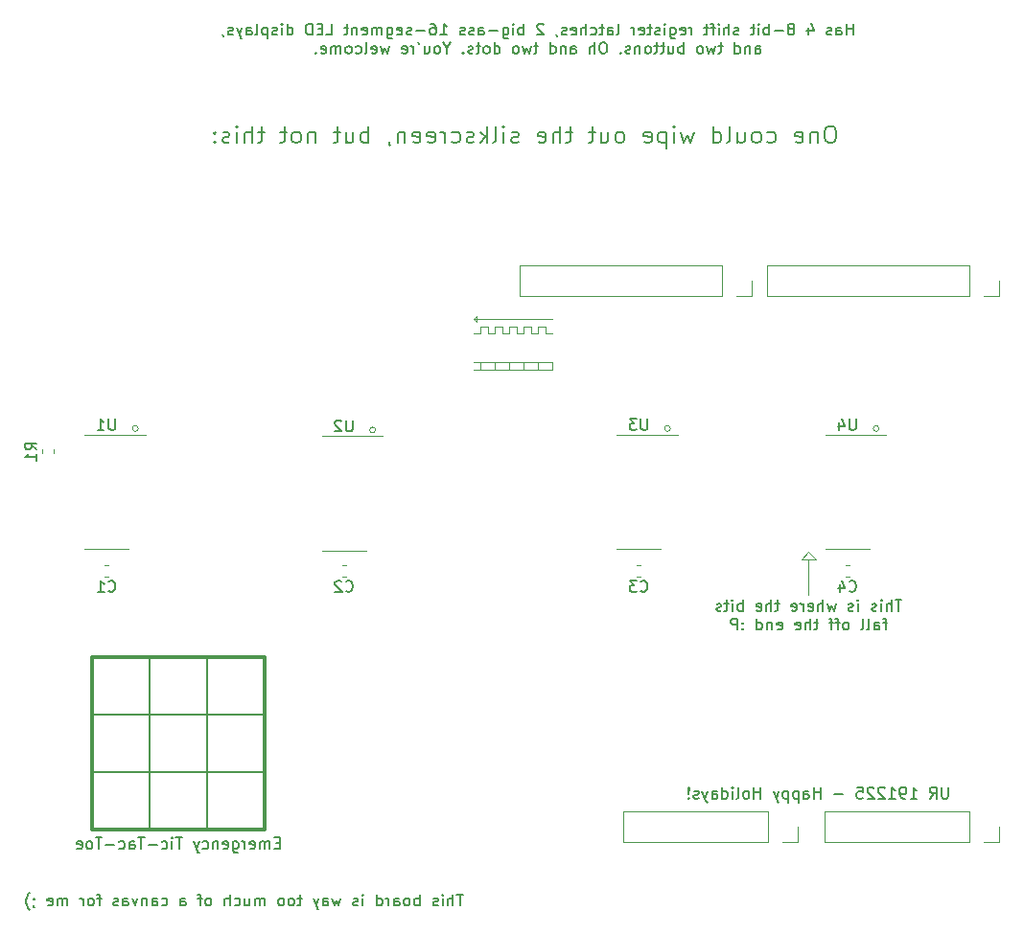
<source format=gbr>
G04 #@! TF.GenerationSoftware,KiCad,Pcbnew,5.1.5*
G04 #@! TF.CreationDate,2019-12-27T12:01:36+00:00*
G04 #@! TF.ProjectId,wkday,776b6461-792e-46b6-9963-61645f706362,rev?*
G04 #@! TF.SameCoordinates,Original*
G04 #@! TF.FileFunction,Legend,Bot*
G04 #@! TF.FilePolarity,Positive*
%FSLAX46Y46*%
G04 Gerber Fmt 4.6, Leading zero omitted, Abs format (unit mm)*
G04 Created by KiCad (PCBNEW 5.1.5) date 2019-12-27 12:01:36*
%MOMM*%
%LPD*%
G04 APERTURE LIST*
%ADD10C,0.150000*%
%ADD11C,0.200000*%
%ADD12C,0.300000*%
%ADD13C,0.120000*%
G04 APERTURE END LIST*
D10*
X148652380Y-115498571D02*
X148319047Y-115498571D01*
X148176190Y-116022380D02*
X148652380Y-116022380D01*
X148652380Y-115022380D01*
X148176190Y-115022380D01*
X147747619Y-116022380D02*
X147747619Y-115355714D01*
X147747619Y-115450952D02*
X147700000Y-115403333D01*
X147604761Y-115355714D01*
X147461904Y-115355714D01*
X147366666Y-115403333D01*
X147319047Y-115498571D01*
X147319047Y-116022380D01*
X147319047Y-115498571D02*
X147271428Y-115403333D01*
X147176190Y-115355714D01*
X147033333Y-115355714D01*
X146938095Y-115403333D01*
X146890476Y-115498571D01*
X146890476Y-116022380D01*
X146033333Y-115974761D02*
X146128571Y-116022380D01*
X146319047Y-116022380D01*
X146414285Y-115974761D01*
X146461904Y-115879523D01*
X146461904Y-115498571D01*
X146414285Y-115403333D01*
X146319047Y-115355714D01*
X146128571Y-115355714D01*
X146033333Y-115403333D01*
X145985714Y-115498571D01*
X145985714Y-115593809D01*
X146461904Y-115689047D01*
X145557142Y-116022380D02*
X145557142Y-115355714D01*
X145557142Y-115546190D02*
X145509523Y-115450952D01*
X145461904Y-115403333D01*
X145366666Y-115355714D01*
X145271428Y-115355714D01*
X144509523Y-115355714D02*
X144509523Y-116165238D01*
X144557142Y-116260476D01*
X144604761Y-116308095D01*
X144700000Y-116355714D01*
X144842857Y-116355714D01*
X144938095Y-116308095D01*
X144509523Y-115974761D02*
X144604761Y-116022380D01*
X144795238Y-116022380D01*
X144890476Y-115974761D01*
X144938095Y-115927142D01*
X144985714Y-115831904D01*
X144985714Y-115546190D01*
X144938095Y-115450952D01*
X144890476Y-115403333D01*
X144795238Y-115355714D01*
X144604761Y-115355714D01*
X144509523Y-115403333D01*
X143652380Y-115974761D02*
X143747619Y-116022380D01*
X143938095Y-116022380D01*
X144033333Y-115974761D01*
X144080952Y-115879523D01*
X144080952Y-115498571D01*
X144033333Y-115403333D01*
X143938095Y-115355714D01*
X143747619Y-115355714D01*
X143652380Y-115403333D01*
X143604761Y-115498571D01*
X143604761Y-115593809D01*
X144080952Y-115689047D01*
X143176190Y-115355714D02*
X143176190Y-116022380D01*
X143176190Y-115450952D02*
X143128571Y-115403333D01*
X143033333Y-115355714D01*
X142890476Y-115355714D01*
X142795238Y-115403333D01*
X142747619Y-115498571D01*
X142747619Y-116022380D01*
X141842857Y-115974761D02*
X141938095Y-116022380D01*
X142128571Y-116022380D01*
X142223809Y-115974761D01*
X142271428Y-115927142D01*
X142319047Y-115831904D01*
X142319047Y-115546190D01*
X142271428Y-115450952D01*
X142223809Y-115403333D01*
X142128571Y-115355714D01*
X141938095Y-115355714D01*
X141842857Y-115403333D01*
X141509523Y-115355714D02*
X141271428Y-116022380D01*
X141033333Y-115355714D02*
X141271428Y-116022380D01*
X141366666Y-116260476D01*
X141414285Y-116308095D01*
X141509523Y-116355714D01*
X140033333Y-115022380D02*
X139461904Y-115022380D01*
X139747619Y-116022380D02*
X139747619Y-115022380D01*
X139128571Y-116022380D02*
X139128571Y-115355714D01*
X139128571Y-115022380D02*
X139176190Y-115070000D01*
X139128571Y-115117619D01*
X139080952Y-115070000D01*
X139128571Y-115022380D01*
X139128571Y-115117619D01*
X138223809Y-115974761D02*
X138319047Y-116022380D01*
X138509523Y-116022380D01*
X138604761Y-115974761D01*
X138652380Y-115927142D01*
X138700000Y-115831904D01*
X138700000Y-115546190D01*
X138652380Y-115450952D01*
X138604761Y-115403333D01*
X138509523Y-115355714D01*
X138319047Y-115355714D01*
X138223809Y-115403333D01*
X137795238Y-115641428D02*
X137033333Y-115641428D01*
X136700000Y-115022380D02*
X136128571Y-115022380D01*
X136414285Y-116022380D02*
X136414285Y-115022380D01*
X135366666Y-116022380D02*
X135366666Y-115498571D01*
X135414285Y-115403333D01*
X135509523Y-115355714D01*
X135700000Y-115355714D01*
X135795238Y-115403333D01*
X135366666Y-115974761D02*
X135461904Y-116022380D01*
X135700000Y-116022380D01*
X135795238Y-115974761D01*
X135842857Y-115879523D01*
X135842857Y-115784285D01*
X135795238Y-115689047D01*
X135700000Y-115641428D01*
X135461904Y-115641428D01*
X135366666Y-115593809D01*
X134461904Y-115974761D02*
X134557142Y-116022380D01*
X134747619Y-116022380D01*
X134842857Y-115974761D01*
X134890476Y-115927142D01*
X134938095Y-115831904D01*
X134938095Y-115546190D01*
X134890476Y-115450952D01*
X134842857Y-115403333D01*
X134747619Y-115355714D01*
X134557142Y-115355714D01*
X134461904Y-115403333D01*
X134033333Y-115641428D02*
X133271428Y-115641428D01*
X132938095Y-115022380D02*
X132366666Y-115022380D01*
X132652380Y-116022380D02*
X132652380Y-115022380D01*
X131890476Y-116022380D02*
X131985714Y-115974761D01*
X132033333Y-115927142D01*
X132080952Y-115831904D01*
X132080952Y-115546190D01*
X132033333Y-115450952D01*
X131985714Y-115403333D01*
X131890476Y-115355714D01*
X131747619Y-115355714D01*
X131652380Y-115403333D01*
X131604761Y-115450952D01*
X131557142Y-115546190D01*
X131557142Y-115831904D01*
X131604761Y-115927142D01*
X131652380Y-115974761D01*
X131747619Y-116022380D01*
X131890476Y-116022380D01*
X130747619Y-115974761D02*
X130842857Y-116022380D01*
X131033333Y-116022380D01*
X131128571Y-115974761D01*
X131176190Y-115879523D01*
X131176190Y-115498571D01*
X131128571Y-115403333D01*
X131033333Y-115355714D01*
X130842857Y-115355714D01*
X130747619Y-115403333D01*
X130700000Y-115498571D01*
X130700000Y-115593809D01*
X131176190Y-115689047D01*
D11*
X142240000Y-114300000D02*
X142240000Y-99060000D01*
X137160000Y-114300000D02*
X137160000Y-99060000D01*
X132080000Y-109220000D02*
X147320000Y-109220000D01*
X132080000Y-104140000D02*
X147320000Y-104140000D01*
D12*
X132080000Y-99060000D02*
X147320000Y-99060000D01*
X132080000Y-114300000D02*
X132080000Y-99060000D01*
X147320000Y-114300000D02*
X147320000Y-99060000D01*
X132080000Y-114300000D02*
X147320000Y-114300000D01*
D13*
X166370000Y-73025000D02*
X165735000Y-73025000D01*
X166370000Y-73660000D02*
X165735000Y-73660000D01*
X165989000Y-69469000D02*
X165735000Y-69215000D01*
X165989000Y-68961000D02*
X165989000Y-69469000D01*
X165735000Y-69215000D02*
X165989000Y-68961000D01*
X172720000Y-69215000D02*
X165735000Y-69215000D01*
X172720000Y-73660000D02*
X171450000Y-73660000D01*
X172720000Y-73025000D02*
X172720000Y-73660000D01*
X171450000Y-73025000D02*
X172720000Y-73025000D01*
X171450000Y-73660000D02*
X170180000Y-73660000D01*
X171450000Y-73025000D02*
X171450000Y-73660000D01*
X170180000Y-73025000D02*
X171450000Y-73025000D01*
X170180000Y-73660000D02*
X168910000Y-73660000D01*
X170180000Y-73025000D02*
X170180000Y-73660000D01*
X168910000Y-73025000D02*
X170180000Y-73025000D01*
X168910000Y-73660000D02*
X167640000Y-73660000D01*
X168910000Y-73025000D02*
X168910000Y-73660000D01*
X167640000Y-73025000D02*
X168910000Y-73025000D01*
X167640000Y-73660000D02*
X167005000Y-73660000D01*
X167640000Y-73025000D02*
X167640000Y-73660000D01*
X167005000Y-73025000D02*
X167640000Y-73025000D01*
X166370000Y-73025000D02*
X166370000Y-73660000D01*
X167005000Y-73025000D02*
X166370000Y-73025000D01*
X166370000Y-73660000D02*
X167005000Y-73660000D01*
X166370000Y-70485000D02*
X165735000Y-70485000D01*
X167640000Y-70485000D02*
X167640000Y-69850000D01*
X167005000Y-70485000D02*
X167640000Y-70485000D01*
X167005000Y-69850000D02*
X167005000Y-70485000D01*
X166370000Y-69850000D02*
X167005000Y-69850000D01*
X166370000Y-70485000D02*
X166370000Y-69850000D01*
X168275000Y-69850000D02*
X167640000Y-69850000D01*
X168275000Y-70485000D02*
X168275000Y-69850000D01*
X168910000Y-70485000D02*
X168275000Y-70485000D01*
X168910000Y-69850000D02*
X168910000Y-70485000D01*
X169545000Y-69850000D02*
X168910000Y-69850000D01*
X169545000Y-70485000D02*
X169545000Y-69850000D01*
X170180000Y-70485000D02*
X169545000Y-70485000D01*
X170180000Y-69850000D02*
X170180000Y-70485000D01*
X170815000Y-69850000D02*
X170180000Y-69850000D01*
X170815000Y-70485000D02*
X170815000Y-69850000D01*
X171450000Y-70485000D02*
X170815000Y-70485000D01*
X171450000Y-69850000D02*
X171450000Y-70485000D01*
X172085000Y-69850000D02*
X171450000Y-69850000D01*
X172085000Y-70485000D02*
X172085000Y-69850000D01*
X172720000Y-70485000D02*
X172085000Y-70485000D01*
X136144000Y-78867000D02*
G75*
G03X136144000Y-78867000I-254000J0D01*
G01*
X157099000Y-78994000D02*
G75*
G03X157099000Y-78994000I-254000J0D01*
G01*
X183134000Y-78867000D02*
G75*
G03X183134000Y-78867000I-254000J0D01*
G01*
X201549000Y-78867000D02*
G75*
G03X201549000Y-78867000I-254000J0D01*
G01*
D10*
X203564095Y-94004380D02*
X202992666Y-94004380D01*
X203278380Y-95004380D02*
X203278380Y-94004380D01*
X202659333Y-95004380D02*
X202659333Y-94004380D01*
X202230761Y-95004380D02*
X202230761Y-94480571D01*
X202278380Y-94385333D01*
X202373619Y-94337714D01*
X202516476Y-94337714D01*
X202611714Y-94385333D01*
X202659333Y-94432952D01*
X201754571Y-95004380D02*
X201754571Y-94337714D01*
X201754571Y-94004380D02*
X201802190Y-94052000D01*
X201754571Y-94099619D01*
X201706952Y-94052000D01*
X201754571Y-94004380D01*
X201754571Y-94099619D01*
X201326000Y-94956761D02*
X201230761Y-95004380D01*
X201040285Y-95004380D01*
X200945047Y-94956761D01*
X200897428Y-94861523D01*
X200897428Y-94813904D01*
X200945047Y-94718666D01*
X201040285Y-94671047D01*
X201183142Y-94671047D01*
X201278380Y-94623428D01*
X201326000Y-94528190D01*
X201326000Y-94480571D01*
X201278380Y-94385333D01*
X201183142Y-94337714D01*
X201040285Y-94337714D01*
X200945047Y-94385333D01*
X199706952Y-95004380D02*
X199706952Y-94337714D01*
X199706952Y-94004380D02*
X199754571Y-94052000D01*
X199706952Y-94099619D01*
X199659333Y-94052000D01*
X199706952Y-94004380D01*
X199706952Y-94099619D01*
X199278380Y-94956761D02*
X199183142Y-95004380D01*
X198992666Y-95004380D01*
X198897428Y-94956761D01*
X198849809Y-94861523D01*
X198849809Y-94813904D01*
X198897428Y-94718666D01*
X198992666Y-94671047D01*
X199135523Y-94671047D01*
X199230761Y-94623428D01*
X199278380Y-94528190D01*
X199278380Y-94480571D01*
X199230761Y-94385333D01*
X199135523Y-94337714D01*
X198992666Y-94337714D01*
X198897428Y-94385333D01*
X197754571Y-94337714D02*
X197564095Y-95004380D01*
X197373619Y-94528190D01*
X197183142Y-95004380D01*
X196992666Y-94337714D01*
X196611714Y-95004380D02*
X196611714Y-94004380D01*
X196183142Y-95004380D02*
X196183142Y-94480571D01*
X196230761Y-94385333D01*
X196326000Y-94337714D01*
X196468857Y-94337714D01*
X196564095Y-94385333D01*
X196611714Y-94432952D01*
X195326000Y-94956761D02*
X195421238Y-95004380D01*
X195611714Y-95004380D01*
X195706952Y-94956761D01*
X195754571Y-94861523D01*
X195754571Y-94480571D01*
X195706952Y-94385333D01*
X195611714Y-94337714D01*
X195421238Y-94337714D01*
X195326000Y-94385333D01*
X195278380Y-94480571D01*
X195278380Y-94575809D01*
X195754571Y-94671047D01*
X194849809Y-95004380D02*
X194849809Y-94337714D01*
X194849809Y-94528190D02*
X194802190Y-94432952D01*
X194754571Y-94385333D01*
X194659333Y-94337714D01*
X194564095Y-94337714D01*
X193849809Y-94956761D02*
X193945047Y-95004380D01*
X194135523Y-95004380D01*
X194230761Y-94956761D01*
X194278380Y-94861523D01*
X194278380Y-94480571D01*
X194230761Y-94385333D01*
X194135523Y-94337714D01*
X193945047Y-94337714D01*
X193849809Y-94385333D01*
X193802190Y-94480571D01*
X193802190Y-94575809D01*
X194278380Y-94671047D01*
X192754571Y-94337714D02*
X192373619Y-94337714D01*
X192611714Y-94004380D02*
X192611714Y-94861523D01*
X192564095Y-94956761D01*
X192468857Y-95004380D01*
X192373619Y-95004380D01*
X192040285Y-95004380D02*
X192040285Y-94004380D01*
X191611714Y-95004380D02*
X191611714Y-94480571D01*
X191659333Y-94385333D01*
X191754571Y-94337714D01*
X191897428Y-94337714D01*
X191992666Y-94385333D01*
X192040285Y-94432952D01*
X190754571Y-94956761D02*
X190849809Y-95004380D01*
X191040285Y-95004380D01*
X191135523Y-94956761D01*
X191183142Y-94861523D01*
X191183142Y-94480571D01*
X191135523Y-94385333D01*
X191040285Y-94337714D01*
X190849809Y-94337714D01*
X190754571Y-94385333D01*
X190706952Y-94480571D01*
X190706952Y-94575809D01*
X191183142Y-94671047D01*
X189516476Y-95004380D02*
X189516476Y-94004380D01*
X189516476Y-94385333D02*
X189421238Y-94337714D01*
X189230761Y-94337714D01*
X189135523Y-94385333D01*
X189087904Y-94432952D01*
X189040285Y-94528190D01*
X189040285Y-94813904D01*
X189087904Y-94909142D01*
X189135523Y-94956761D01*
X189230761Y-95004380D01*
X189421238Y-95004380D01*
X189516476Y-94956761D01*
X188611714Y-95004380D02*
X188611714Y-94337714D01*
X188611714Y-94004380D02*
X188659333Y-94052000D01*
X188611714Y-94099619D01*
X188564095Y-94052000D01*
X188611714Y-94004380D01*
X188611714Y-94099619D01*
X188278380Y-94337714D02*
X187897428Y-94337714D01*
X188135523Y-94004380D02*
X188135523Y-94861523D01*
X188087904Y-94956761D01*
X187992666Y-95004380D01*
X187897428Y-95004380D01*
X187611714Y-94956761D02*
X187516476Y-95004380D01*
X187326000Y-95004380D01*
X187230761Y-94956761D01*
X187183142Y-94861523D01*
X187183142Y-94813904D01*
X187230761Y-94718666D01*
X187326000Y-94671047D01*
X187468857Y-94671047D01*
X187564095Y-94623428D01*
X187611714Y-94528190D01*
X187611714Y-94480571D01*
X187564095Y-94385333D01*
X187468857Y-94337714D01*
X187326000Y-94337714D01*
X187230761Y-94385333D01*
X202278380Y-95987714D02*
X201897428Y-95987714D01*
X202135523Y-96654380D02*
X202135523Y-95797238D01*
X202087904Y-95702000D01*
X201992666Y-95654380D01*
X201897428Y-95654380D01*
X201135523Y-96654380D02*
X201135523Y-96130571D01*
X201183142Y-96035333D01*
X201278380Y-95987714D01*
X201468857Y-95987714D01*
X201564095Y-96035333D01*
X201135523Y-96606761D02*
X201230761Y-96654380D01*
X201468857Y-96654380D01*
X201564095Y-96606761D01*
X201611714Y-96511523D01*
X201611714Y-96416285D01*
X201564095Y-96321047D01*
X201468857Y-96273428D01*
X201230761Y-96273428D01*
X201135523Y-96225809D01*
X200516476Y-96654380D02*
X200611714Y-96606761D01*
X200659333Y-96511523D01*
X200659333Y-95654380D01*
X199992666Y-96654380D02*
X200087904Y-96606761D01*
X200135523Y-96511523D01*
X200135523Y-95654380D01*
X198706952Y-96654380D02*
X198802190Y-96606761D01*
X198849809Y-96559142D01*
X198897428Y-96463904D01*
X198897428Y-96178190D01*
X198849809Y-96082952D01*
X198802190Y-96035333D01*
X198706952Y-95987714D01*
X198564095Y-95987714D01*
X198468857Y-96035333D01*
X198421238Y-96082952D01*
X198373619Y-96178190D01*
X198373619Y-96463904D01*
X198421238Y-96559142D01*
X198468857Y-96606761D01*
X198564095Y-96654380D01*
X198706952Y-96654380D01*
X198087904Y-95987714D02*
X197706952Y-95987714D01*
X197945047Y-96654380D02*
X197945047Y-95797238D01*
X197897428Y-95702000D01*
X197802190Y-95654380D01*
X197706952Y-95654380D01*
X197516476Y-95987714D02*
X197135523Y-95987714D01*
X197373619Y-96654380D02*
X197373619Y-95797238D01*
X197326000Y-95702000D01*
X197230761Y-95654380D01*
X197135523Y-95654380D01*
X196183142Y-95987714D02*
X195802190Y-95987714D01*
X196040285Y-95654380D02*
X196040285Y-96511523D01*
X195992666Y-96606761D01*
X195897428Y-96654380D01*
X195802190Y-96654380D01*
X195468857Y-96654380D02*
X195468857Y-95654380D01*
X195040285Y-96654380D02*
X195040285Y-96130571D01*
X195087904Y-96035333D01*
X195183142Y-95987714D01*
X195326000Y-95987714D01*
X195421238Y-96035333D01*
X195468857Y-96082952D01*
X194183142Y-96606761D02*
X194278380Y-96654380D01*
X194468857Y-96654380D01*
X194564095Y-96606761D01*
X194611714Y-96511523D01*
X194611714Y-96130571D01*
X194564095Y-96035333D01*
X194468857Y-95987714D01*
X194278380Y-95987714D01*
X194183142Y-96035333D01*
X194135523Y-96130571D01*
X194135523Y-96225809D01*
X194611714Y-96321047D01*
X192564095Y-96606761D02*
X192659333Y-96654380D01*
X192849809Y-96654380D01*
X192945047Y-96606761D01*
X192992666Y-96511523D01*
X192992666Y-96130571D01*
X192945047Y-96035333D01*
X192849809Y-95987714D01*
X192659333Y-95987714D01*
X192564095Y-96035333D01*
X192516476Y-96130571D01*
X192516476Y-96225809D01*
X192992666Y-96321047D01*
X192087904Y-95987714D02*
X192087904Y-96654380D01*
X192087904Y-96082952D02*
X192040285Y-96035333D01*
X191945047Y-95987714D01*
X191802190Y-95987714D01*
X191706952Y-96035333D01*
X191659333Y-96130571D01*
X191659333Y-96654380D01*
X190754571Y-96654380D02*
X190754571Y-95654380D01*
X190754571Y-96606761D02*
X190849809Y-96654380D01*
X191040285Y-96654380D01*
X191135523Y-96606761D01*
X191183142Y-96559142D01*
X191230761Y-96463904D01*
X191230761Y-96178190D01*
X191183142Y-96082952D01*
X191135523Y-96035333D01*
X191040285Y-95987714D01*
X190849809Y-95987714D01*
X190754571Y-96035333D01*
X189516476Y-96559142D02*
X189468857Y-96606761D01*
X189516476Y-96654380D01*
X189564095Y-96606761D01*
X189516476Y-96559142D01*
X189516476Y-96654380D01*
X189516476Y-96035333D02*
X189468857Y-96082952D01*
X189516476Y-96130571D01*
X189564095Y-96082952D01*
X189516476Y-96035333D01*
X189516476Y-96130571D01*
X189040285Y-96654380D02*
X189040285Y-95654380D01*
X188659333Y-95654380D01*
X188564095Y-95702000D01*
X188516476Y-95749619D01*
X188468857Y-95844857D01*
X188468857Y-95987714D01*
X188516476Y-96082952D01*
X188564095Y-96130571D01*
X188659333Y-96178190D01*
X189040285Y-96178190D01*
D13*
X195326000Y-90424000D02*
X195326000Y-93599000D01*
X195961000Y-90424000D02*
X194691000Y-90424000D01*
X195326000Y-89789000D02*
X195961000Y-90424000D01*
X195326000Y-89789000D02*
X194691000Y-90424000D01*
D10*
X164835642Y-120038880D02*
X164264214Y-120038880D01*
X164549928Y-121038880D02*
X164549928Y-120038880D01*
X163930880Y-121038880D02*
X163930880Y-120038880D01*
X163502309Y-121038880D02*
X163502309Y-120515071D01*
X163549928Y-120419833D01*
X163645166Y-120372214D01*
X163788023Y-120372214D01*
X163883261Y-120419833D01*
X163930880Y-120467452D01*
X163026119Y-121038880D02*
X163026119Y-120372214D01*
X163026119Y-120038880D02*
X163073738Y-120086500D01*
X163026119Y-120134119D01*
X162978500Y-120086500D01*
X163026119Y-120038880D01*
X163026119Y-120134119D01*
X162597547Y-120991261D02*
X162502309Y-121038880D01*
X162311833Y-121038880D01*
X162216595Y-120991261D01*
X162168976Y-120896023D01*
X162168976Y-120848404D01*
X162216595Y-120753166D01*
X162311833Y-120705547D01*
X162454690Y-120705547D01*
X162549928Y-120657928D01*
X162597547Y-120562690D01*
X162597547Y-120515071D01*
X162549928Y-120419833D01*
X162454690Y-120372214D01*
X162311833Y-120372214D01*
X162216595Y-120419833D01*
X160978500Y-121038880D02*
X160978500Y-120038880D01*
X160978500Y-120419833D02*
X160883261Y-120372214D01*
X160692785Y-120372214D01*
X160597547Y-120419833D01*
X160549928Y-120467452D01*
X160502309Y-120562690D01*
X160502309Y-120848404D01*
X160549928Y-120943642D01*
X160597547Y-120991261D01*
X160692785Y-121038880D01*
X160883261Y-121038880D01*
X160978500Y-120991261D01*
X159930880Y-121038880D02*
X160026119Y-120991261D01*
X160073738Y-120943642D01*
X160121357Y-120848404D01*
X160121357Y-120562690D01*
X160073738Y-120467452D01*
X160026119Y-120419833D01*
X159930880Y-120372214D01*
X159788023Y-120372214D01*
X159692785Y-120419833D01*
X159645166Y-120467452D01*
X159597547Y-120562690D01*
X159597547Y-120848404D01*
X159645166Y-120943642D01*
X159692785Y-120991261D01*
X159788023Y-121038880D01*
X159930880Y-121038880D01*
X158740404Y-121038880D02*
X158740404Y-120515071D01*
X158788023Y-120419833D01*
X158883261Y-120372214D01*
X159073738Y-120372214D01*
X159168976Y-120419833D01*
X158740404Y-120991261D02*
X158835642Y-121038880D01*
X159073738Y-121038880D01*
X159168976Y-120991261D01*
X159216595Y-120896023D01*
X159216595Y-120800785D01*
X159168976Y-120705547D01*
X159073738Y-120657928D01*
X158835642Y-120657928D01*
X158740404Y-120610309D01*
X158264214Y-121038880D02*
X158264214Y-120372214D01*
X158264214Y-120562690D02*
X158216595Y-120467452D01*
X158168976Y-120419833D01*
X158073738Y-120372214D01*
X157978500Y-120372214D01*
X157216595Y-121038880D02*
X157216595Y-120038880D01*
X157216595Y-120991261D02*
X157311833Y-121038880D01*
X157502309Y-121038880D01*
X157597547Y-120991261D01*
X157645166Y-120943642D01*
X157692785Y-120848404D01*
X157692785Y-120562690D01*
X157645166Y-120467452D01*
X157597547Y-120419833D01*
X157502309Y-120372214D01*
X157311833Y-120372214D01*
X157216595Y-120419833D01*
X155978500Y-121038880D02*
X155978500Y-120372214D01*
X155978500Y-120038880D02*
X156026119Y-120086500D01*
X155978500Y-120134119D01*
X155930880Y-120086500D01*
X155978500Y-120038880D01*
X155978500Y-120134119D01*
X155549928Y-120991261D02*
X155454690Y-121038880D01*
X155264214Y-121038880D01*
X155168976Y-120991261D01*
X155121357Y-120896023D01*
X155121357Y-120848404D01*
X155168976Y-120753166D01*
X155264214Y-120705547D01*
X155407071Y-120705547D01*
X155502309Y-120657928D01*
X155549928Y-120562690D01*
X155549928Y-120515071D01*
X155502309Y-120419833D01*
X155407071Y-120372214D01*
X155264214Y-120372214D01*
X155168976Y-120419833D01*
X154026119Y-120372214D02*
X153835642Y-121038880D01*
X153645166Y-120562690D01*
X153454690Y-121038880D01*
X153264214Y-120372214D01*
X152454690Y-121038880D02*
X152454690Y-120515071D01*
X152502309Y-120419833D01*
X152597547Y-120372214D01*
X152788023Y-120372214D01*
X152883261Y-120419833D01*
X152454690Y-120991261D02*
X152549928Y-121038880D01*
X152788023Y-121038880D01*
X152883261Y-120991261D01*
X152930880Y-120896023D01*
X152930880Y-120800785D01*
X152883261Y-120705547D01*
X152788023Y-120657928D01*
X152549928Y-120657928D01*
X152454690Y-120610309D01*
X152073738Y-120372214D02*
X151835642Y-121038880D01*
X151597547Y-120372214D02*
X151835642Y-121038880D01*
X151930880Y-121276976D01*
X151978500Y-121324595D01*
X152073738Y-121372214D01*
X150597547Y-120372214D02*
X150216595Y-120372214D01*
X150454690Y-120038880D02*
X150454690Y-120896023D01*
X150407071Y-120991261D01*
X150311833Y-121038880D01*
X150216595Y-121038880D01*
X149740404Y-121038880D02*
X149835642Y-120991261D01*
X149883261Y-120943642D01*
X149930880Y-120848404D01*
X149930880Y-120562690D01*
X149883261Y-120467452D01*
X149835642Y-120419833D01*
X149740404Y-120372214D01*
X149597547Y-120372214D01*
X149502309Y-120419833D01*
X149454690Y-120467452D01*
X149407071Y-120562690D01*
X149407071Y-120848404D01*
X149454690Y-120943642D01*
X149502309Y-120991261D01*
X149597547Y-121038880D01*
X149740404Y-121038880D01*
X148835642Y-121038880D02*
X148930880Y-120991261D01*
X148978500Y-120943642D01*
X149026119Y-120848404D01*
X149026119Y-120562690D01*
X148978500Y-120467452D01*
X148930880Y-120419833D01*
X148835642Y-120372214D01*
X148692785Y-120372214D01*
X148597547Y-120419833D01*
X148549928Y-120467452D01*
X148502309Y-120562690D01*
X148502309Y-120848404D01*
X148549928Y-120943642D01*
X148597547Y-120991261D01*
X148692785Y-121038880D01*
X148835642Y-121038880D01*
X147311833Y-121038880D02*
X147311833Y-120372214D01*
X147311833Y-120467452D02*
X147264214Y-120419833D01*
X147168976Y-120372214D01*
X147026119Y-120372214D01*
X146930880Y-120419833D01*
X146883261Y-120515071D01*
X146883261Y-121038880D01*
X146883261Y-120515071D02*
X146835642Y-120419833D01*
X146740404Y-120372214D01*
X146597547Y-120372214D01*
X146502309Y-120419833D01*
X146454690Y-120515071D01*
X146454690Y-121038880D01*
X145549928Y-120372214D02*
X145549928Y-121038880D01*
X145978500Y-120372214D02*
X145978500Y-120896023D01*
X145930880Y-120991261D01*
X145835642Y-121038880D01*
X145692785Y-121038880D01*
X145597547Y-120991261D01*
X145549928Y-120943642D01*
X144645166Y-120991261D02*
X144740404Y-121038880D01*
X144930880Y-121038880D01*
X145026119Y-120991261D01*
X145073738Y-120943642D01*
X145121357Y-120848404D01*
X145121357Y-120562690D01*
X145073738Y-120467452D01*
X145026119Y-120419833D01*
X144930880Y-120372214D01*
X144740404Y-120372214D01*
X144645166Y-120419833D01*
X144216595Y-121038880D02*
X144216595Y-120038880D01*
X143788023Y-121038880D02*
X143788023Y-120515071D01*
X143835642Y-120419833D01*
X143930880Y-120372214D01*
X144073738Y-120372214D01*
X144168976Y-120419833D01*
X144216595Y-120467452D01*
X142407071Y-121038880D02*
X142502309Y-120991261D01*
X142549928Y-120943642D01*
X142597547Y-120848404D01*
X142597547Y-120562690D01*
X142549928Y-120467452D01*
X142502309Y-120419833D01*
X142407071Y-120372214D01*
X142264214Y-120372214D01*
X142168976Y-120419833D01*
X142121357Y-120467452D01*
X142073738Y-120562690D01*
X142073738Y-120848404D01*
X142121357Y-120943642D01*
X142168976Y-120991261D01*
X142264214Y-121038880D01*
X142407071Y-121038880D01*
X141788023Y-120372214D02*
X141407071Y-120372214D01*
X141645166Y-121038880D02*
X141645166Y-120181738D01*
X141597547Y-120086500D01*
X141502309Y-120038880D01*
X141407071Y-120038880D01*
X139883261Y-121038880D02*
X139883261Y-120515071D01*
X139930880Y-120419833D01*
X140026119Y-120372214D01*
X140216595Y-120372214D01*
X140311833Y-120419833D01*
X139883261Y-120991261D02*
X139978500Y-121038880D01*
X140216595Y-121038880D01*
X140311833Y-120991261D01*
X140359452Y-120896023D01*
X140359452Y-120800785D01*
X140311833Y-120705547D01*
X140216595Y-120657928D01*
X139978500Y-120657928D01*
X139883261Y-120610309D01*
X138216595Y-120991261D02*
X138311833Y-121038880D01*
X138502309Y-121038880D01*
X138597547Y-120991261D01*
X138645166Y-120943642D01*
X138692785Y-120848404D01*
X138692785Y-120562690D01*
X138645166Y-120467452D01*
X138597547Y-120419833D01*
X138502309Y-120372214D01*
X138311833Y-120372214D01*
X138216595Y-120419833D01*
X137359452Y-121038880D02*
X137359452Y-120515071D01*
X137407071Y-120419833D01*
X137502309Y-120372214D01*
X137692785Y-120372214D01*
X137788023Y-120419833D01*
X137359452Y-120991261D02*
X137454690Y-121038880D01*
X137692785Y-121038880D01*
X137788023Y-120991261D01*
X137835642Y-120896023D01*
X137835642Y-120800785D01*
X137788023Y-120705547D01*
X137692785Y-120657928D01*
X137454690Y-120657928D01*
X137359452Y-120610309D01*
X136883261Y-120372214D02*
X136883261Y-121038880D01*
X136883261Y-120467452D02*
X136835642Y-120419833D01*
X136740404Y-120372214D01*
X136597547Y-120372214D01*
X136502309Y-120419833D01*
X136454690Y-120515071D01*
X136454690Y-121038880D01*
X136073738Y-120372214D02*
X135835642Y-121038880D01*
X135597547Y-120372214D01*
X134788023Y-121038880D02*
X134788023Y-120515071D01*
X134835642Y-120419833D01*
X134930880Y-120372214D01*
X135121357Y-120372214D01*
X135216595Y-120419833D01*
X134788023Y-120991261D02*
X134883261Y-121038880D01*
X135121357Y-121038880D01*
X135216595Y-120991261D01*
X135264214Y-120896023D01*
X135264214Y-120800785D01*
X135216595Y-120705547D01*
X135121357Y-120657928D01*
X134883261Y-120657928D01*
X134788023Y-120610309D01*
X134359452Y-120991261D02*
X134264214Y-121038880D01*
X134073738Y-121038880D01*
X133978500Y-120991261D01*
X133930880Y-120896023D01*
X133930880Y-120848404D01*
X133978500Y-120753166D01*
X134073738Y-120705547D01*
X134216595Y-120705547D01*
X134311833Y-120657928D01*
X134359452Y-120562690D01*
X134359452Y-120515071D01*
X134311833Y-120419833D01*
X134216595Y-120372214D01*
X134073738Y-120372214D01*
X133978500Y-120419833D01*
X132883261Y-120372214D02*
X132502309Y-120372214D01*
X132740404Y-121038880D02*
X132740404Y-120181738D01*
X132692785Y-120086500D01*
X132597547Y-120038880D01*
X132502309Y-120038880D01*
X132026119Y-121038880D02*
X132121357Y-120991261D01*
X132168976Y-120943642D01*
X132216595Y-120848404D01*
X132216595Y-120562690D01*
X132168976Y-120467452D01*
X132121357Y-120419833D01*
X132026119Y-120372214D01*
X131883261Y-120372214D01*
X131788023Y-120419833D01*
X131740404Y-120467452D01*
X131692785Y-120562690D01*
X131692785Y-120848404D01*
X131740404Y-120943642D01*
X131788023Y-120991261D01*
X131883261Y-121038880D01*
X132026119Y-121038880D01*
X131264214Y-121038880D02*
X131264214Y-120372214D01*
X131264214Y-120562690D02*
X131216595Y-120467452D01*
X131168976Y-120419833D01*
X131073738Y-120372214D01*
X130978500Y-120372214D01*
X129883261Y-121038880D02*
X129883261Y-120372214D01*
X129883261Y-120467452D02*
X129835642Y-120419833D01*
X129740404Y-120372214D01*
X129597547Y-120372214D01*
X129502309Y-120419833D01*
X129454690Y-120515071D01*
X129454690Y-121038880D01*
X129454690Y-120515071D02*
X129407071Y-120419833D01*
X129311833Y-120372214D01*
X129168976Y-120372214D01*
X129073738Y-120419833D01*
X129026119Y-120515071D01*
X129026119Y-121038880D01*
X128168976Y-120991261D02*
X128264214Y-121038880D01*
X128454690Y-121038880D01*
X128549928Y-120991261D01*
X128597547Y-120896023D01*
X128597547Y-120515071D01*
X128549928Y-120419833D01*
X128454690Y-120372214D01*
X128264214Y-120372214D01*
X128168976Y-120419833D01*
X128121357Y-120515071D01*
X128121357Y-120610309D01*
X128597547Y-120705547D01*
X126883261Y-120991261D02*
X126883261Y-121038880D01*
X126930880Y-121134119D01*
X126978500Y-121181738D01*
X126930880Y-120419833D02*
X126883261Y-120467452D01*
X126930880Y-120515071D01*
X126978500Y-120467452D01*
X126930880Y-120419833D01*
X126930880Y-120515071D01*
X126549928Y-121419833D02*
X126502309Y-121372214D01*
X126407071Y-121229357D01*
X126359452Y-121134119D01*
X126311833Y-120991261D01*
X126264214Y-120753166D01*
X126264214Y-120562690D01*
X126311833Y-120324595D01*
X126359452Y-120181738D01*
X126407071Y-120086500D01*
X126502309Y-119943642D01*
X126549928Y-119896023D01*
X207667380Y-110577380D02*
X207667380Y-111386904D01*
X207619761Y-111482142D01*
X207572142Y-111529761D01*
X207476904Y-111577380D01*
X207286428Y-111577380D01*
X207191190Y-111529761D01*
X207143571Y-111482142D01*
X207095952Y-111386904D01*
X207095952Y-110577380D01*
X206048333Y-111577380D02*
X206381666Y-111101190D01*
X206619761Y-111577380D02*
X206619761Y-110577380D01*
X206238809Y-110577380D01*
X206143571Y-110625000D01*
X206095952Y-110672619D01*
X206048333Y-110767857D01*
X206048333Y-110910714D01*
X206095952Y-111005952D01*
X206143571Y-111053571D01*
X206238809Y-111101190D01*
X206619761Y-111101190D01*
X204334047Y-111577380D02*
X204905476Y-111577380D01*
X204619761Y-111577380D02*
X204619761Y-110577380D01*
X204715000Y-110720238D01*
X204810238Y-110815476D01*
X204905476Y-110863095D01*
X203857857Y-111577380D02*
X203667380Y-111577380D01*
X203572142Y-111529761D01*
X203524523Y-111482142D01*
X203429285Y-111339285D01*
X203381666Y-111148809D01*
X203381666Y-110767857D01*
X203429285Y-110672619D01*
X203476904Y-110625000D01*
X203572142Y-110577380D01*
X203762619Y-110577380D01*
X203857857Y-110625000D01*
X203905476Y-110672619D01*
X203953095Y-110767857D01*
X203953095Y-111005952D01*
X203905476Y-111101190D01*
X203857857Y-111148809D01*
X203762619Y-111196428D01*
X203572142Y-111196428D01*
X203476904Y-111148809D01*
X203429285Y-111101190D01*
X203381666Y-111005952D01*
X202429285Y-111577380D02*
X203000714Y-111577380D01*
X202715000Y-111577380D02*
X202715000Y-110577380D01*
X202810238Y-110720238D01*
X202905476Y-110815476D01*
X203000714Y-110863095D01*
X202048333Y-110672619D02*
X202000714Y-110625000D01*
X201905476Y-110577380D01*
X201667380Y-110577380D01*
X201572142Y-110625000D01*
X201524523Y-110672619D01*
X201476904Y-110767857D01*
X201476904Y-110863095D01*
X201524523Y-111005952D01*
X202095952Y-111577380D01*
X201476904Y-111577380D01*
X201095952Y-110672619D02*
X201048333Y-110625000D01*
X200953095Y-110577380D01*
X200715000Y-110577380D01*
X200619761Y-110625000D01*
X200572142Y-110672619D01*
X200524523Y-110767857D01*
X200524523Y-110863095D01*
X200572142Y-111005952D01*
X201143571Y-111577380D01*
X200524523Y-111577380D01*
X199619761Y-110577380D02*
X200095952Y-110577380D01*
X200143571Y-111053571D01*
X200095952Y-111005952D01*
X200000714Y-110958333D01*
X199762619Y-110958333D01*
X199667380Y-111005952D01*
X199619761Y-111053571D01*
X199572142Y-111148809D01*
X199572142Y-111386904D01*
X199619761Y-111482142D01*
X199667380Y-111529761D01*
X199762619Y-111577380D01*
X200000714Y-111577380D01*
X200095952Y-111529761D01*
X200143571Y-111482142D01*
X198381666Y-111196428D02*
X197619761Y-111196428D01*
X196381666Y-111577380D02*
X196381666Y-110577380D01*
X196381666Y-111053571D02*
X195810238Y-111053571D01*
X195810238Y-111577380D02*
X195810238Y-110577380D01*
X194905476Y-111577380D02*
X194905476Y-111053571D01*
X194953095Y-110958333D01*
X195048333Y-110910714D01*
X195238809Y-110910714D01*
X195334047Y-110958333D01*
X194905476Y-111529761D02*
X195000714Y-111577380D01*
X195238809Y-111577380D01*
X195334047Y-111529761D01*
X195381666Y-111434523D01*
X195381666Y-111339285D01*
X195334047Y-111244047D01*
X195238809Y-111196428D01*
X195000714Y-111196428D01*
X194905476Y-111148809D01*
X194429285Y-110910714D02*
X194429285Y-111910714D01*
X194429285Y-110958333D02*
X194334047Y-110910714D01*
X194143571Y-110910714D01*
X194048333Y-110958333D01*
X194000714Y-111005952D01*
X193953095Y-111101190D01*
X193953095Y-111386904D01*
X194000714Y-111482142D01*
X194048333Y-111529761D01*
X194143571Y-111577380D01*
X194334047Y-111577380D01*
X194429285Y-111529761D01*
X193524523Y-110910714D02*
X193524523Y-111910714D01*
X193524523Y-110958333D02*
X193429285Y-110910714D01*
X193238809Y-110910714D01*
X193143571Y-110958333D01*
X193095952Y-111005952D01*
X193048333Y-111101190D01*
X193048333Y-111386904D01*
X193095952Y-111482142D01*
X193143571Y-111529761D01*
X193238809Y-111577380D01*
X193429285Y-111577380D01*
X193524523Y-111529761D01*
X192715000Y-110910714D02*
X192476904Y-111577380D01*
X192238809Y-110910714D02*
X192476904Y-111577380D01*
X192572142Y-111815476D01*
X192619761Y-111863095D01*
X192715000Y-111910714D01*
X191095952Y-111577380D02*
X191095952Y-110577380D01*
X191095952Y-111053571D02*
X190524523Y-111053571D01*
X190524523Y-111577380D02*
X190524523Y-110577380D01*
X189905476Y-111577380D02*
X190000714Y-111529761D01*
X190048333Y-111482142D01*
X190095952Y-111386904D01*
X190095952Y-111101190D01*
X190048333Y-111005952D01*
X190000714Y-110958333D01*
X189905476Y-110910714D01*
X189762619Y-110910714D01*
X189667380Y-110958333D01*
X189619761Y-111005952D01*
X189572142Y-111101190D01*
X189572142Y-111386904D01*
X189619761Y-111482142D01*
X189667380Y-111529761D01*
X189762619Y-111577380D01*
X189905476Y-111577380D01*
X189000714Y-111577380D02*
X189095952Y-111529761D01*
X189143571Y-111434523D01*
X189143571Y-110577380D01*
X188619761Y-111577380D02*
X188619761Y-110910714D01*
X188619761Y-110577380D02*
X188667380Y-110625000D01*
X188619761Y-110672619D01*
X188572142Y-110625000D01*
X188619761Y-110577380D01*
X188619761Y-110672619D01*
X187715000Y-111577380D02*
X187715000Y-110577380D01*
X187715000Y-111529761D02*
X187810238Y-111577380D01*
X188000714Y-111577380D01*
X188095952Y-111529761D01*
X188143571Y-111482142D01*
X188191190Y-111386904D01*
X188191190Y-111101190D01*
X188143571Y-111005952D01*
X188095952Y-110958333D01*
X188000714Y-110910714D01*
X187810238Y-110910714D01*
X187715000Y-110958333D01*
X186810238Y-111577380D02*
X186810238Y-111053571D01*
X186857857Y-110958333D01*
X186953095Y-110910714D01*
X187143571Y-110910714D01*
X187238809Y-110958333D01*
X186810238Y-111529761D02*
X186905476Y-111577380D01*
X187143571Y-111577380D01*
X187238809Y-111529761D01*
X187286428Y-111434523D01*
X187286428Y-111339285D01*
X187238809Y-111244047D01*
X187143571Y-111196428D01*
X186905476Y-111196428D01*
X186810238Y-111148809D01*
X186429285Y-110910714D02*
X186191190Y-111577380D01*
X185953095Y-110910714D02*
X186191190Y-111577380D01*
X186286428Y-111815476D01*
X186334047Y-111863095D01*
X186429285Y-111910714D01*
X185619761Y-111529761D02*
X185524523Y-111577380D01*
X185334047Y-111577380D01*
X185238809Y-111529761D01*
X185191190Y-111434523D01*
X185191190Y-111386904D01*
X185238809Y-111291666D01*
X185334047Y-111244047D01*
X185476904Y-111244047D01*
X185572142Y-111196428D01*
X185619761Y-111101190D01*
X185619761Y-111053571D01*
X185572142Y-110958333D01*
X185476904Y-110910714D01*
X185334047Y-110910714D01*
X185238809Y-110958333D01*
X184762619Y-111482142D02*
X184715000Y-111529761D01*
X184762619Y-111577380D01*
X184810238Y-111529761D01*
X184762619Y-111482142D01*
X184762619Y-111577380D01*
X184762619Y-111196428D02*
X184810238Y-110625000D01*
X184762619Y-110577380D01*
X184715000Y-110625000D01*
X184762619Y-111196428D01*
X184762619Y-110577380D01*
X199259523Y-44077380D02*
X199259523Y-43077380D01*
X199259523Y-43553571D02*
X198688095Y-43553571D01*
X198688095Y-44077380D02*
X198688095Y-43077380D01*
X197783333Y-44077380D02*
X197783333Y-43553571D01*
X197830952Y-43458333D01*
X197926190Y-43410714D01*
X198116666Y-43410714D01*
X198211904Y-43458333D01*
X197783333Y-44029761D02*
X197878571Y-44077380D01*
X198116666Y-44077380D01*
X198211904Y-44029761D01*
X198259523Y-43934523D01*
X198259523Y-43839285D01*
X198211904Y-43744047D01*
X198116666Y-43696428D01*
X197878571Y-43696428D01*
X197783333Y-43648809D01*
X197354761Y-44029761D02*
X197259523Y-44077380D01*
X197069047Y-44077380D01*
X196973809Y-44029761D01*
X196926190Y-43934523D01*
X196926190Y-43886904D01*
X196973809Y-43791666D01*
X197069047Y-43744047D01*
X197211904Y-43744047D01*
X197307142Y-43696428D01*
X197354761Y-43601190D01*
X197354761Y-43553571D01*
X197307142Y-43458333D01*
X197211904Y-43410714D01*
X197069047Y-43410714D01*
X196973809Y-43458333D01*
X195307142Y-43410714D02*
X195307142Y-44077380D01*
X195545238Y-43029761D02*
X195783333Y-43744047D01*
X195164285Y-43744047D01*
X193878571Y-43505952D02*
X193973809Y-43458333D01*
X194021428Y-43410714D01*
X194069047Y-43315476D01*
X194069047Y-43267857D01*
X194021428Y-43172619D01*
X193973809Y-43125000D01*
X193878571Y-43077380D01*
X193688095Y-43077380D01*
X193592857Y-43125000D01*
X193545238Y-43172619D01*
X193497619Y-43267857D01*
X193497619Y-43315476D01*
X193545238Y-43410714D01*
X193592857Y-43458333D01*
X193688095Y-43505952D01*
X193878571Y-43505952D01*
X193973809Y-43553571D01*
X194021428Y-43601190D01*
X194069047Y-43696428D01*
X194069047Y-43886904D01*
X194021428Y-43982142D01*
X193973809Y-44029761D01*
X193878571Y-44077380D01*
X193688095Y-44077380D01*
X193592857Y-44029761D01*
X193545238Y-43982142D01*
X193497619Y-43886904D01*
X193497619Y-43696428D01*
X193545238Y-43601190D01*
X193592857Y-43553571D01*
X193688095Y-43505952D01*
X193069047Y-43696428D02*
X192307142Y-43696428D01*
X191830952Y-44077380D02*
X191830952Y-43077380D01*
X191830952Y-43458333D02*
X191735714Y-43410714D01*
X191545238Y-43410714D01*
X191450000Y-43458333D01*
X191402380Y-43505952D01*
X191354761Y-43601190D01*
X191354761Y-43886904D01*
X191402380Y-43982142D01*
X191450000Y-44029761D01*
X191545238Y-44077380D01*
X191735714Y-44077380D01*
X191830952Y-44029761D01*
X190926190Y-44077380D02*
X190926190Y-43410714D01*
X190926190Y-43077380D02*
X190973809Y-43125000D01*
X190926190Y-43172619D01*
X190878571Y-43125000D01*
X190926190Y-43077380D01*
X190926190Y-43172619D01*
X190592857Y-43410714D02*
X190211904Y-43410714D01*
X190450000Y-43077380D02*
X190450000Y-43934523D01*
X190402380Y-44029761D01*
X190307142Y-44077380D01*
X190211904Y-44077380D01*
X189164285Y-44029761D02*
X189069047Y-44077380D01*
X188878571Y-44077380D01*
X188783333Y-44029761D01*
X188735714Y-43934523D01*
X188735714Y-43886904D01*
X188783333Y-43791666D01*
X188878571Y-43744047D01*
X189021428Y-43744047D01*
X189116666Y-43696428D01*
X189164285Y-43601190D01*
X189164285Y-43553571D01*
X189116666Y-43458333D01*
X189021428Y-43410714D01*
X188878571Y-43410714D01*
X188783333Y-43458333D01*
X188307142Y-44077380D02*
X188307142Y-43077380D01*
X187878571Y-44077380D02*
X187878571Y-43553571D01*
X187926190Y-43458333D01*
X188021428Y-43410714D01*
X188164285Y-43410714D01*
X188259523Y-43458333D01*
X188307142Y-43505952D01*
X187402380Y-44077380D02*
X187402380Y-43410714D01*
X187402380Y-43077380D02*
X187450000Y-43125000D01*
X187402380Y-43172619D01*
X187354761Y-43125000D01*
X187402380Y-43077380D01*
X187402380Y-43172619D01*
X187069047Y-43410714D02*
X186688095Y-43410714D01*
X186926190Y-44077380D02*
X186926190Y-43220238D01*
X186878571Y-43125000D01*
X186783333Y-43077380D01*
X186688095Y-43077380D01*
X186497619Y-43410714D02*
X186116666Y-43410714D01*
X186354761Y-43077380D02*
X186354761Y-43934523D01*
X186307142Y-44029761D01*
X186211904Y-44077380D01*
X186116666Y-44077380D01*
X185021428Y-44077380D02*
X185021428Y-43410714D01*
X185021428Y-43601190D02*
X184973809Y-43505952D01*
X184926190Y-43458333D01*
X184830952Y-43410714D01*
X184735714Y-43410714D01*
X184021428Y-44029761D02*
X184116666Y-44077380D01*
X184307142Y-44077380D01*
X184402380Y-44029761D01*
X184450000Y-43934523D01*
X184450000Y-43553571D01*
X184402380Y-43458333D01*
X184307142Y-43410714D01*
X184116666Y-43410714D01*
X184021428Y-43458333D01*
X183973809Y-43553571D01*
X183973809Y-43648809D01*
X184450000Y-43744047D01*
X183116666Y-43410714D02*
X183116666Y-44220238D01*
X183164285Y-44315476D01*
X183211904Y-44363095D01*
X183307142Y-44410714D01*
X183450000Y-44410714D01*
X183545238Y-44363095D01*
X183116666Y-44029761D02*
X183211904Y-44077380D01*
X183402380Y-44077380D01*
X183497619Y-44029761D01*
X183545238Y-43982142D01*
X183592857Y-43886904D01*
X183592857Y-43601190D01*
X183545238Y-43505952D01*
X183497619Y-43458333D01*
X183402380Y-43410714D01*
X183211904Y-43410714D01*
X183116666Y-43458333D01*
X182640476Y-44077380D02*
X182640476Y-43410714D01*
X182640476Y-43077380D02*
X182688095Y-43125000D01*
X182640476Y-43172619D01*
X182592857Y-43125000D01*
X182640476Y-43077380D01*
X182640476Y-43172619D01*
X182211904Y-44029761D02*
X182116666Y-44077380D01*
X181926190Y-44077380D01*
X181830952Y-44029761D01*
X181783333Y-43934523D01*
X181783333Y-43886904D01*
X181830952Y-43791666D01*
X181926190Y-43744047D01*
X182069047Y-43744047D01*
X182164285Y-43696428D01*
X182211904Y-43601190D01*
X182211904Y-43553571D01*
X182164285Y-43458333D01*
X182069047Y-43410714D01*
X181926190Y-43410714D01*
X181830952Y-43458333D01*
X181497619Y-43410714D02*
X181116666Y-43410714D01*
X181354761Y-43077380D02*
X181354761Y-43934523D01*
X181307142Y-44029761D01*
X181211904Y-44077380D01*
X181116666Y-44077380D01*
X180402380Y-44029761D02*
X180497619Y-44077380D01*
X180688095Y-44077380D01*
X180783333Y-44029761D01*
X180830952Y-43934523D01*
X180830952Y-43553571D01*
X180783333Y-43458333D01*
X180688095Y-43410714D01*
X180497619Y-43410714D01*
X180402380Y-43458333D01*
X180354761Y-43553571D01*
X180354761Y-43648809D01*
X180830952Y-43744047D01*
X179926190Y-44077380D02*
X179926190Y-43410714D01*
X179926190Y-43601190D02*
X179878571Y-43505952D01*
X179830952Y-43458333D01*
X179735714Y-43410714D01*
X179640476Y-43410714D01*
X178402380Y-44077380D02*
X178497619Y-44029761D01*
X178545238Y-43934523D01*
X178545238Y-43077380D01*
X177592857Y-44077380D02*
X177592857Y-43553571D01*
X177640476Y-43458333D01*
X177735714Y-43410714D01*
X177926190Y-43410714D01*
X178021428Y-43458333D01*
X177592857Y-44029761D02*
X177688095Y-44077380D01*
X177926190Y-44077380D01*
X178021428Y-44029761D01*
X178069047Y-43934523D01*
X178069047Y-43839285D01*
X178021428Y-43744047D01*
X177926190Y-43696428D01*
X177688095Y-43696428D01*
X177592857Y-43648809D01*
X177259523Y-43410714D02*
X176878571Y-43410714D01*
X177116666Y-43077380D02*
X177116666Y-43934523D01*
X177069047Y-44029761D01*
X176973809Y-44077380D01*
X176878571Y-44077380D01*
X176116666Y-44029761D02*
X176211904Y-44077380D01*
X176402380Y-44077380D01*
X176497619Y-44029761D01*
X176545238Y-43982142D01*
X176592857Y-43886904D01*
X176592857Y-43601190D01*
X176545238Y-43505952D01*
X176497619Y-43458333D01*
X176402380Y-43410714D01*
X176211904Y-43410714D01*
X176116666Y-43458333D01*
X175688095Y-44077380D02*
X175688095Y-43077380D01*
X175259523Y-44077380D02*
X175259523Y-43553571D01*
X175307142Y-43458333D01*
X175402380Y-43410714D01*
X175545238Y-43410714D01*
X175640476Y-43458333D01*
X175688095Y-43505952D01*
X174402380Y-44029761D02*
X174497619Y-44077380D01*
X174688095Y-44077380D01*
X174783333Y-44029761D01*
X174830952Y-43934523D01*
X174830952Y-43553571D01*
X174783333Y-43458333D01*
X174688095Y-43410714D01*
X174497619Y-43410714D01*
X174402380Y-43458333D01*
X174354761Y-43553571D01*
X174354761Y-43648809D01*
X174830952Y-43744047D01*
X173973809Y-44029761D02*
X173878571Y-44077380D01*
X173688095Y-44077380D01*
X173592857Y-44029761D01*
X173545238Y-43934523D01*
X173545238Y-43886904D01*
X173592857Y-43791666D01*
X173688095Y-43744047D01*
X173830952Y-43744047D01*
X173926190Y-43696428D01*
X173973809Y-43601190D01*
X173973809Y-43553571D01*
X173926190Y-43458333D01*
X173830952Y-43410714D01*
X173688095Y-43410714D01*
X173592857Y-43458333D01*
X173069047Y-44029761D02*
X173069047Y-44077380D01*
X173116666Y-44172619D01*
X173164285Y-44220238D01*
X171926190Y-43172619D02*
X171878571Y-43125000D01*
X171783333Y-43077380D01*
X171545238Y-43077380D01*
X171450000Y-43125000D01*
X171402380Y-43172619D01*
X171354761Y-43267857D01*
X171354761Y-43363095D01*
X171402380Y-43505952D01*
X171973809Y-44077380D01*
X171354761Y-44077380D01*
X170164285Y-44077380D02*
X170164285Y-43077380D01*
X170164285Y-43458333D02*
X170069047Y-43410714D01*
X169878571Y-43410714D01*
X169783333Y-43458333D01*
X169735714Y-43505952D01*
X169688095Y-43601190D01*
X169688095Y-43886904D01*
X169735714Y-43982142D01*
X169783333Y-44029761D01*
X169878571Y-44077380D01*
X170069047Y-44077380D01*
X170164285Y-44029761D01*
X169259523Y-44077380D02*
X169259523Y-43410714D01*
X169259523Y-43077380D02*
X169307142Y-43125000D01*
X169259523Y-43172619D01*
X169211904Y-43125000D01*
X169259523Y-43077380D01*
X169259523Y-43172619D01*
X168354761Y-43410714D02*
X168354761Y-44220238D01*
X168402380Y-44315476D01*
X168450000Y-44363095D01*
X168545238Y-44410714D01*
X168688095Y-44410714D01*
X168783333Y-44363095D01*
X168354761Y-44029761D02*
X168450000Y-44077380D01*
X168640476Y-44077380D01*
X168735714Y-44029761D01*
X168783333Y-43982142D01*
X168830952Y-43886904D01*
X168830952Y-43601190D01*
X168783333Y-43505952D01*
X168735714Y-43458333D01*
X168640476Y-43410714D01*
X168450000Y-43410714D01*
X168354761Y-43458333D01*
X167878571Y-43696428D02*
X167116666Y-43696428D01*
X166211904Y-44077380D02*
X166211904Y-43553571D01*
X166259523Y-43458333D01*
X166354761Y-43410714D01*
X166545238Y-43410714D01*
X166640476Y-43458333D01*
X166211904Y-44029761D02*
X166307142Y-44077380D01*
X166545238Y-44077380D01*
X166640476Y-44029761D01*
X166688095Y-43934523D01*
X166688095Y-43839285D01*
X166640476Y-43744047D01*
X166545238Y-43696428D01*
X166307142Y-43696428D01*
X166211904Y-43648809D01*
X165783333Y-44029761D02*
X165688095Y-44077380D01*
X165497619Y-44077380D01*
X165402380Y-44029761D01*
X165354761Y-43934523D01*
X165354761Y-43886904D01*
X165402380Y-43791666D01*
X165497619Y-43744047D01*
X165640476Y-43744047D01*
X165735714Y-43696428D01*
X165783333Y-43601190D01*
X165783333Y-43553571D01*
X165735714Y-43458333D01*
X165640476Y-43410714D01*
X165497619Y-43410714D01*
X165402380Y-43458333D01*
X164973809Y-44029761D02*
X164878571Y-44077380D01*
X164688095Y-44077380D01*
X164592857Y-44029761D01*
X164545238Y-43934523D01*
X164545238Y-43886904D01*
X164592857Y-43791666D01*
X164688095Y-43744047D01*
X164830952Y-43744047D01*
X164926190Y-43696428D01*
X164973809Y-43601190D01*
X164973809Y-43553571D01*
X164926190Y-43458333D01*
X164830952Y-43410714D01*
X164688095Y-43410714D01*
X164592857Y-43458333D01*
X162830952Y-44077380D02*
X163402380Y-44077380D01*
X163116666Y-44077380D02*
X163116666Y-43077380D01*
X163211904Y-43220238D01*
X163307142Y-43315476D01*
X163402380Y-43363095D01*
X161973809Y-43077380D02*
X162164285Y-43077380D01*
X162259523Y-43125000D01*
X162307142Y-43172619D01*
X162402380Y-43315476D01*
X162450000Y-43505952D01*
X162450000Y-43886904D01*
X162402380Y-43982142D01*
X162354761Y-44029761D01*
X162259523Y-44077380D01*
X162069047Y-44077380D01*
X161973809Y-44029761D01*
X161926190Y-43982142D01*
X161878571Y-43886904D01*
X161878571Y-43648809D01*
X161926190Y-43553571D01*
X161973809Y-43505952D01*
X162069047Y-43458333D01*
X162259523Y-43458333D01*
X162354761Y-43505952D01*
X162402380Y-43553571D01*
X162450000Y-43648809D01*
X161450000Y-43696428D02*
X160688095Y-43696428D01*
X160259523Y-44029761D02*
X160164285Y-44077380D01*
X159973809Y-44077380D01*
X159878571Y-44029761D01*
X159830952Y-43934523D01*
X159830952Y-43886904D01*
X159878571Y-43791666D01*
X159973809Y-43744047D01*
X160116666Y-43744047D01*
X160211904Y-43696428D01*
X160259523Y-43601190D01*
X160259523Y-43553571D01*
X160211904Y-43458333D01*
X160116666Y-43410714D01*
X159973809Y-43410714D01*
X159878571Y-43458333D01*
X159021428Y-44029761D02*
X159116666Y-44077380D01*
X159307142Y-44077380D01*
X159402380Y-44029761D01*
X159450000Y-43934523D01*
X159450000Y-43553571D01*
X159402380Y-43458333D01*
X159307142Y-43410714D01*
X159116666Y-43410714D01*
X159021428Y-43458333D01*
X158973809Y-43553571D01*
X158973809Y-43648809D01*
X159450000Y-43744047D01*
X158116666Y-43410714D02*
X158116666Y-44220238D01*
X158164285Y-44315476D01*
X158211904Y-44363095D01*
X158307142Y-44410714D01*
X158450000Y-44410714D01*
X158545238Y-44363095D01*
X158116666Y-44029761D02*
X158211904Y-44077380D01*
X158402380Y-44077380D01*
X158497619Y-44029761D01*
X158545238Y-43982142D01*
X158592857Y-43886904D01*
X158592857Y-43601190D01*
X158545238Y-43505952D01*
X158497619Y-43458333D01*
X158402380Y-43410714D01*
X158211904Y-43410714D01*
X158116666Y-43458333D01*
X157640476Y-44077380D02*
X157640476Y-43410714D01*
X157640476Y-43505952D02*
X157592857Y-43458333D01*
X157497619Y-43410714D01*
X157354761Y-43410714D01*
X157259523Y-43458333D01*
X157211904Y-43553571D01*
X157211904Y-44077380D01*
X157211904Y-43553571D02*
X157164285Y-43458333D01*
X157069047Y-43410714D01*
X156926190Y-43410714D01*
X156830952Y-43458333D01*
X156783333Y-43553571D01*
X156783333Y-44077380D01*
X155926190Y-44029761D02*
X156021428Y-44077380D01*
X156211904Y-44077380D01*
X156307142Y-44029761D01*
X156354761Y-43934523D01*
X156354761Y-43553571D01*
X156307142Y-43458333D01*
X156211904Y-43410714D01*
X156021428Y-43410714D01*
X155926190Y-43458333D01*
X155878571Y-43553571D01*
X155878571Y-43648809D01*
X156354761Y-43744047D01*
X155450000Y-43410714D02*
X155450000Y-44077380D01*
X155450000Y-43505952D02*
X155402380Y-43458333D01*
X155307142Y-43410714D01*
X155164285Y-43410714D01*
X155069047Y-43458333D01*
X155021428Y-43553571D01*
X155021428Y-44077380D01*
X154688095Y-43410714D02*
X154307142Y-43410714D01*
X154545238Y-43077380D02*
X154545238Y-43934523D01*
X154497619Y-44029761D01*
X154402380Y-44077380D01*
X154307142Y-44077380D01*
X152735714Y-44077380D02*
X153211904Y-44077380D01*
X153211904Y-43077380D01*
X152402380Y-43553571D02*
X152069047Y-43553571D01*
X151926190Y-44077380D02*
X152402380Y-44077380D01*
X152402380Y-43077380D01*
X151926190Y-43077380D01*
X151497619Y-44077380D02*
X151497619Y-43077380D01*
X151259523Y-43077380D01*
X151116666Y-43125000D01*
X151021428Y-43220238D01*
X150973809Y-43315476D01*
X150926190Y-43505952D01*
X150926190Y-43648809D01*
X150973809Y-43839285D01*
X151021428Y-43934523D01*
X151116666Y-44029761D01*
X151259523Y-44077380D01*
X151497619Y-44077380D01*
X149307142Y-44077380D02*
X149307142Y-43077380D01*
X149307142Y-44029761D02*
X149402380Y-44077380D01*
X149592857Y-44077380D01*
X149688095Y-44029761D01*
X149735714Y-43982142D01*
X149783333Y-43886904D01*
X149783333Y-43601190D01*
X149735714Y-43505952D01*
X149688095Y-43458333D01*
X149592857Y-43410714D01*
X149402380Y-43410714D01*
X149307142Y-43458333D01*
X148830952Y-44077380D02*
X148830952Y-43410714D01*
X148830952Y-43077380D02*
X148878571Y-43125000D01*
X148830952Y-43172619D01*
X148783333Y-43125000D01*
X148830952Y-43077380D01*
X148830952Y-43172619D01*
X148402380Y-44029761D02*
X148307142Y-44077380D01*
X148116666Y-44077380D01*
X148021428Y-44029761D01*
X147973809Y-43934523D01*
X147973809Y-43886904D01*
X148021428Y-43791666D01*
X148116666Y-43744047D01*
X148259523Y-43744047D01*
X148354761Y-43696428D01*
X148402380Y-43601190D01*
X148402380Y-43553571D01*
X148354761Y-43458333D01*
X148259523Y-43410714D01*
X148116666Y-43410714D01*
X148021428Y-43458333D01*
X147545238Y-43410714D02*
X147545238Y-44410714D01*
X147545238Y-43458333D02*
X147450000Y-43410714D01*
X147259523Y-43410714D01*
X147164285Y-43458333D01*
X147116666Y-43505952D01*
X147069047Y-43601190D01*
X147069047Y-43886904D01*
X147116666Y-43982142D01*
X147164285Y-44029761D01*
X147259523Y-44077380D01*
X147450000Y-44077380D01*
X147545238Y-44029761D01*
X146497619Y-44077380D02*
X146592857Y-44029761D01*
X146640476Y-43934523D01*
X146640476Y-43077380D01*
X145688095Y-44077380D02*
X145688095Y-43553571D01*
X145735714Y-43458333D01*
X145830952Y-43410714D01*
X146021428Y-43410714D01*
X146116666Y-43458333D01*
X145688095Y-44029761D02*
X145783333Y-44077380D01*
X146021428Y-44077380D01*
X146116666Y-44029761D01*
X146164285Y-43934523D01*
X146164285Y-43839285D01*
X146116666Y-43744047D01*
X146021428Y-43696428D01*
X145783333Y-43696428D01*
X145688095Y-43648809D01*
X145307142Y-43410714D02*
X145069047Y-44077380D01*
X144830952Y-43410714D02*
X145069047Y-44077380D01*
X145164285Y-44315476D01*
X145211904Y-44363095D01*
X145307142Y-44410714D01*
X144497619Y-44029761D02*
X144402380Y-44077380D01*
X144211904Y-44077380D01*
X144116666Y-44029761D01*
X144069047Y-43934523D01*
X144069047Y-43886904D01*
X144116666Y-43791666D01*
X144211904Y-43744047D01*
X144354761Y-43744047D01*
X144450000Y-43696428D01*
X144497619Y-43601190D01*
X144497619Y-43553571D01*
X144450000Y-43458333D01*
X144354761Y-43410714D01*
X144211904Y-43410714D01*
X144116666Y-43458333D01*
X143592857Y-44029761D02*
X143592857Y-44077380D01*
X143640476Y-44172619D01*
X143688095Y-44220238D01*
X190640476Y-45727380D02*
X190640476Y-45203571D01*
X190688095Y-45108333D01*
X190783333Y-45060714D01*
X190973809Y-45060714D01*
X191069047Y-45108333D01*
X190640476Y-45679761D02*
X190735714Y-45727380D01*
X190973809Y-45727380D01*
X191069047Y-45679761D01*
X191116666Y-45584523D01*
X191116666Y-45489285D01*
X191069047Y-45394047D01*
X190973809Y-45346428D01*
X190735714Y-45346428D01*
X190640476Y-45298809D01*
X190164285Y-45060714D02*
X190164285Y-45727380D01*
X190164285Y-45155952D02*
X190116666Y-45108333D01*
X190021428Y-45060714D01*
X189878571Y-45060714D01*
X189783333Y-45108333D01*
X189735714Y-45203571D01*
X189735714Y-45727380D01*
X188830952Y-45727380D02*
X188830952Y-44727380D01*
X188830952Y-45679761D02*
X188926190Y-45727380D01*
X189116666Y-45727380D01*
X189211904Y-45679761D01*
X189259523Y-45632142D01*
X189307142Y-45536904D01*
X189307142Y-45251190D01*
X189259523Y-45155952D01*
X189211904Y-45108333D01*
X189116666Y-45060714D01*
X188926190Y-45060714D01*
X188830952Y-45108333D01*
X187735714Y-45060714D02*
X187354761Y-45060714D01*
X187592857Y-44727380D02*
X187592857Y-45584523D01*
X187545238Y-45679761D01*
X187450000Y-45727380D01*
X187354761Y-45727380D01*
X187116666Y-45060714D02*
X186926190Y-45727380D01*
X186735714Y-45251190D01*
X186545238Y-45727380D01*
X186354761Y-45060714D01*
X185830952Y-45727380D02*
X185926190Y-45679761D01*
X185973809Y-45632142D01*
X186021428Y-45536904D01*
X186021428Y-45251190D01*
X185973809Y-45155952D01*
X185926190Y-45108333D01*
X185830952Y-45060714D01*
X185688095Y-45060714D01*
X185592857Y-45108333D01*
X185545238Y-45155952D01*
X185497619Y-45251190D01*
X185497619Y-45536904D01*
X185545238Y-45632142D01*
X185592857Y-45679761D01*
X185688095Y-45727380D01*
X185830952Y-45727380D01*
X184307142Y-45727380D02*
X184307142Y-44727380D01*
X184307142Y-45108333D02*
X184211904Y-45060714D01*
X184021428Y-45060714D01*
X183926190Y-45108333D01*
X183878571Y-45155952D01*
X183830952Y-45251190D01*
X183830952Y-45536904D01*
X183878571Y-45632142D01*
X183926190Y-45679761D01*
X184021428Y-45727380D01*
X184211904Y-45727380D01*
X184307142Y-45679761D01*
X182973809Y-45060714D02*
X182973809Y-45727380D01*
X183402380Y-45060714D02*
X183402380Y-45584523D01*
X183354761Y-45679761D01*
X183259523Y-45727380D01*
X183116666Y-45727380D01*
X183021428Y-45679761D01*
X182973809Y-45632142D01*
X182640476Y-45060714D02*
X182259523Y-45060714D01*
X182497619Y-44727380D02*
X182497619Y-45584523D01*
X182450000Y-45679761D01*
X182354761Y-45727380D01*
X182259523Y-45727380D01*
X182069047Y-45060714D02*
X181688095Y-45060714D01*
X181926190Y-44727380D02*
X181926190Y-45584523D01*
X181878571Y-45679761D01*
X181783333Y-45727380D01*
X181688095Y-45727380D01*
X181211904Y-45727380D02*
X181307142Y-45679761D01*
X181354761Y-45632142D01*
X181402380Y-45536904D01*
X181402380Y-45251190D01*
X181354761Y-45155952D01*
X181307142Y-45108333D01*
X181211904Y-45060714D01*
X181069047Y-45060714D01*
X180973809Y-45108333D01*
X180926190Y-45155952D01*
X180878571Y-45251190D01*
X180878571Y-45536904D01*
X180926190Y-45632142D01*
X180973809Y-45679761D01*
X181069047Y-45727380D01*
X181211904Y-45727380D01*
X180450000Y-45060714D02*
X180450000Y-45727380D01*
X180450000Y-45155952D02*
X180402380Y-45108333D01*
X180307142Y-45060714D01*
X180164285Y-45060714D01*
X180069047Y-45108333D01*
X180021428Y-45203571D01*
X180021428Y-45727380D01*
X179592857Y-45679761D02*
X179497619Y-45727380D01*
X179307142Y-45727380D01*
X179211904Y-45679761D01*
X179164285Y-45584523D01*
X179164285Y-45536904D01*
X179211904Y-45441666D01*
X179307142Y-45394047D01*
X179450000Y-45394047D01*
X179545238Y-45346428D01*
X179592857Y-45251190D01*
X179592857Y-45203571D01*
X179545238Y-45108333D01*
X179450000Y-45060714D01*
X179307142Y-45060714D01*
X179211904Y-45108333D01*
X178735714Y-45632142D02*
X178688095Y-45679761D01*
X178735714Y-45727380D01*
X178783333Y-45679761D01*
X178735714Y-45632142D01*
X178735714Y-45727380D01*
X177307142Y-44727380D02*
X177116666Y-44727380D01*
X177021428Y-44775000D01*
X176926190Y-44870238D01*
X176878571Y-45060714D01*
X176878571Y-45394047D01*
X176926190Y-45584523D01*
X177021428Y-45679761D01*
X177116666Y-45727380D01*
X177307142Y-45727380D01*
X177402380Y-45679761D01*
X177497619Y-45584523D01*
X177545238Y-45394047D01*
X177545238Y-45060714D01*
X177497619Y-44870238D01*
X177402380Y-44775000D01*
X177307142Y-44727380D01*
X176450000Y-45727380D02*
X176450000Y-44727380D01*
X176021428Y-45727380D02*
X176021428Y-45203571D01*
X176069047Y-45108333D01*
X176164285Y-45060714D01*
X176307142Y-45060714D01*
X176402380Y-45108333D01*
X176450000Y-45155952D01*
X174354761Y-45727380D02*
X174354761Y-45203571D01*
X174402380Y-45108333D01*
X174497619Y-45060714D01*
X174688095Y-45060714D01*
X174783333Y-45108333D01*
X174354761Y-45679761D02*
X174450000Y-45727380D01*
X174688095Y-45727380D01*
X174783333Y-45679761D01*
X174830952Y-45584523D01*
X174830952Y-45489285D01*
X174783333Y-45394047D01*
X174688095Y-45346428D01*
X174450000Y-45346428D01*
X174354761Y-45298809D01*
X173878571Y-45060714D02*
X173878571Y-45727380D01*
X173878571Y-45155952D02*
X173830952Y-45108333D01*
X173735714Y-45060714D01*
X173592857Y-45060714D01*
X173497619Y-45108333D01*
X173450000Y-45203571D01*
X173450000Y-45727380D01*
X172545238Y-45727380D02*
X172545238Y-44727380D01*
X172545238Y-45679761D02*
X172640476Y-45727380D01*
X172830952Y-45727380D01*
X172926190Y-45679761D01*
X172973809Y-45632142D01*
X173021428Y-45536904D01*
X173021428Y-45251190D01*
X172973809Y-45155952D01*
X172926190Y-45108333D01*
X172830952Y-45060714D01*
X172640476Y-45060714D01*
X172545238Y-45108333D01*
X171450000Y-45060714D02*
X171069047Y-45060714D01*
X171307142Y-44727380D02*
X171307142Y-45584523D01*
X171259523Y-45679761D01*
X171164285Y-45727380D01*
X171069047Y-45727380D01*
X170830952Y-45060714D02*
X170640476Y-45727380D01*
X170450000Y-45251190D01*
X170259523Y-45727380D01*
X170069047Y-45060714D01*
X169545238Y-45727380D02*
X169640476Y-45679761D01*
X169688095Y-45632142D01*
X169735714Y-45536904D01*
X169735714Y-45251190D01*
X169688095Y-45155952D01*
X169640476Y-45108333D01*
X169545238Y-45060714D01*
X169402380Y-45060714D01*
X169307142Y-45108333D01*
X169259523Y-45155952D01*
X169211904Y-45251190D01*
X169211904Y-45536904D01*
X169259523Y-45632142D01*
X169307142Y-45679761D01*
X169402380Y-45727380D01*
X169545238Y-45727380D01*
X167592857Y-45727380D02*
X167592857Y-44727380D01*
X167592857Y-45679761D02*
X167688095Y-45727380D01*
X167878571Y-45727380D01*
X167973809Y-45679761D01*
X168021428Y-45632142D01*
X168069047Y-45536904D01*
X168069047Y-45251190D01*
X168021428Y-45155952D01*
X167973809Y-45108333D01*
X167878571Y-45060714D01*
X167688095Y-45060714D01*
X167592857Y-45108333D01*
X166973809Y-45727380D02*
X167069047Y-45679761D01*
X167116666Y-45632142D01*
X167164285Y-45536904D01*
X167164285Y-45251190D01*
X167116666Y-45155952D01*
X167069047Y-45108333D01*
X166973809Y-45060714D01*
X166830952Y-45060714D01*
X166735714Y-45108333D01*
X166688095Y-45155952D01*
X166640476Y-45251190D01*
X166640476Y-45536904D01*
X166688095Y-45632142D01*
X166735714Y-45679761D01*
X166830952Y-45727380D01*
X166973809Y-45727380D01*
X166354761Y-45060714D02*
X165973809Y-45060714D01*
X166211904Y-44727380D02*
X166211904Y-45584523D01*
X166164285Y-45679761D01*
X166069047Y-45727380D01*
X165973809Y-45727380D01*
X165688095Y-45679761D02*
X165592857Y-45727380D01*
X165402380Y-45727380D01*
X165307142Y-45679761D01*
X165259523Y-45584523D01*
X165259523Y-45536904D01*
X165307142Y-45441666D01*
X165402380Y-45394047D01*
X165545238Y-45394047D01*
X165640476Y-45346428D01*
X165688095Y-45251190D01*
X165688095Y-45203571D01*
X165640476Y-45108333D01*
X165545238Y-45060714D01*
X165402380Y-45060714D01*
X165307142Y-45108333D01*
X164830952Y-45632142D02*
X164783333Y-45679761D01*
X164830952Y-45727380D01*
X164878571Y-45679761D01*
X164830952Y-45632142D01*
X164830952Y-45727380D01*
X163402380Y-45251190D02*
X163402380Y-45727380D01*
X163735714Y-44727380D02*
X163402380Y-45251190D01*
X163069047Y-44727380D01*
X162592857Y-45727380D02*
X162688095Y-45679761D01*
X162735714Y-45632142D01*
X162783333Y-45536904D01*
X162783333Y-45251190D01*
X162735714Y-45155952D01*
X162688095Y-45108333D01*
X162592857Y-45060714D01*
X162450000Y-45060714D01*
X162354761Y-45108333D01*
X162307142Y-45155952D01*
X162259523Y-45251190D01*
X162259523Y-45536904D01*
X162307142Y-45632142D01*
X162354761Y-45679761D01*
X162450000Y-45727380D01*
X162592857Y-45727380D01*
X161402380Y-45060714D02*
X161402380Y-45727380D01*
X161830952Y-45060714D02*
X161830952Y-45584523D01*
X161783333Y-45679761D01*
X161688095Y-45727380D01*
X161545238Y-45727380D01*
X161450000Y-45679761D01*
X161402380Y-45632142D01*
X160878571Y-44727380D02*
X160973809Y-44917857D01*
X160450000Y-45727380D02*
X160450000Y-45060714D01*
X160450000Y-45251190D02*
X160402380Y-45155952D01*
X160354761Y-45108333D01*
X160259523Y-45060714D01*
X160164285Y-45060714D01*
X159450000Y-45679761D02*
X159545238Y-45727380D01*
X159735714Y-45727380D01*
X159830952Y-45679761D01*
X159878571Y-45584523D01*
X159878571Y-45203571D01*
X159830952Y-45108333D01*
X159735714Y-45060714D01*
X159545238Y-45060714D01*
X159450000Y-45108333D01*
X159402380Y-45203571D01*
X159402380Y-45298809D01*
X159878571Y-45394047D01*
X158307142Y-45060714D02*
X158116666Y-45727380D01*
X157926190Y-45251190D01*
X157735714Y-45727380D01*
X157545238Y-45060714D01*
X156783333Y-45679761D02*
X156878571Y-45727380D01*
X157069047Y-45727380D01*
X157164285Y-45679761D01*
X157211904Y-45584523D01*
X157211904Y-45203571D01*
X157164285Y-45108333D01*
X157069047Y-45060714D01*
X156878571Y-45060714D01*
X156783333Y-45108333D01*
X156735714Y-45203571D01*
X156735714Y-45298809D01*
X157211904Y-45394047D01*
X156164285Y-45727380D02*
X156259523Y-45679761D01*
X156307142Y-45584523D01*
X156307142Y-44727380D01*
X155354761Y-45679761D02*
X155450000Y-45727380D01*
X155640476Y-45727380D01*
X155735714Y-45679761D01*
X155783333Y-45632142D01*
X155830952Y-45536904D01*
X155830952Y-45251190D01*
X155783333Y-45155952D01*
X155735714Y-45108333D01*
X155640476Y-45060714D01*
X155450000Y-45060714D01*
X155354761Y-45108333D01*
X154783333Y-45727380D02*
X154878571Y-45679761D01*
X154926190Y-45632142D01*
X154973809Y-45536904D01*
X154973809Y-45251190D01*
X154926190Y-45155952D01*
X154878571Y-45108333D01*
X154783333Y-45060714D01*
X154640476Y-45060714D01*
X154545238Y-45108333D01*
X154497619Y-45155952D01*
X154450000Y-45251190D01*
X154450000Y-45536904D01*
X154497619Y-45632142D01*
X154545238Y-45679761D01*
X154640476Y-45727380D01*
X154783333Y-45727380D01*
X154021428Y-45727380D02*
X154021428Y-45060714D01*
X154021428Y-45155952D02*
X153973809Y-45108333D01*
X153878571Y-45060714D01*
X153735714Y-45060714D01*
X153640476Y-45108333D01*
X153592857Y-45203571D01*
X153592857Y-45727380D01*
X153592857Y-45203571D02*
X153545238Y-45108333D01*
X153450000Y-45060714D01*
X153307142Y-45060714D01*
X153211904Y-45108333D01*
X153164285Y-45203571D01*
X153164285Y-45727380D01*
X152307142Y-45679761D02*
X152402380Y-45727380D01*
X152592857Y-45727380D01*
X152688095Y-45679761D01*
X152735714Y-45584523D01*
X152735714Y-45203571D01*
X152688095Y-45108333D01*
X152592857Y-45060714D01*
X152402380Y-45060714D01*
X152307142Y-45108333D01*
X152259523Y-45203571D01*
X152259523Y-45298809D01*
X152735714Y-45394047D01*
X151830952Y-45632142D02*
X151783333Y-45679761D01*
X151830952Y-45727380D01*
X151878571Y-45679761D01*
X151830952Y-45632142D01*
X151830952Y-45727380D01*
X197414142Y-52137571D02*
X197128428Y-52137571D01*
X196985571Y-52209000D01*
X196842714Y-52351857D01*
X196771285Y-52637571D01*
X196771285Y-53137571D01*
X196842714Y-53423285D01*
X196985571Y-53566142D01*
X197128428Y-53637571D01*
X197414142Y-53637571D01*
X197557000Y-53566142D01*
X197699857Y-53423285D01*
X197771285Y-53137571D01*
X197771285Y-52637571D01*
X197699857Y-52351857D01*
X197557000Y-52209000D01*
X197414142Y-52137571D01*
X196128428Y-52637571D02*
X196128428Y-53637571D01*
X196128428Y-52780428D02*
X196057000Y-52709000D01*
X195914142Y-52637571D01*
X195699857Y-52637571D01*
X195557000Y-52709000D01*
X195485571Y-52851857D01*
X195485571Y-53637571D01*
X194199857Y-53566142D02*
X194342714Y-53637571D01*
X194628428Y-53637571D01*
X194771285Y-53566142D01*
X194842714Y-53423285D01*
X194842714Y-52851857D01*
X194771285Y-52709000D01*
X194628428Y-52637571D01*
X194342714Y-52637571D01*
X194199857Y-52709000D01*
X194128428Y-52851857D01*
X194128428Y-52994714D01*
X194842714Y-53137571D01*
X191699857Y-53566142D02*
X191842714Y-53637571D01*
X192128428Y-53637571D01*
X192271285Y-53566142D01*
X192342714Y-53494714D01*
X192414142Y-53351857D01*
X192414142Y-52923285D01*
X192342714Y-52780428D01*
X192271285Y-52709000D01*
X192128428Y-52637571D01*
X191842714Y-52637571D01*
X191699857Y-52709000D01*
X190842714Y-53637571D02*
X190985571Y-53566142D01*
X191057000Y-53494714D01*
X191128428Y-53351857D01*
X191128428Y-52923285D01*
X191057000Y-52780428D01*
X190985571Y-52709000D01*
X190842714Y-52637571D01*
X190628428Y-52637571D01*
X190485571Y-52709000D01*
X190414142Y-52780428D01*
X190342714Y-52923285D01*
X190342714Y-53351857D01*
X190414142Y-53494714D01*
X190485571Y-53566142D01*
X190628428Y-53637571D01*
X190842714Y-53637571D01*
X189057000Y-52637571D02*
X189057000Y-53637571D01*
X189699857Y-52637571D02*
X189699857Y-53423285D01*
X189628428Y-53566142D01*
X189485571Y-53637571D01*
X189271285Y-53637571D01*
X189128428Y-53566142D01*
X189057000Y-53494714D01*
X188128428Y-53637571D02*
X188271285Y-53566142D01*
X188342714Y-53423285D01*
X188342714Y-52137571D01*
X186914142Y-53637571D02*
X186914142Y-52137571D01*
X186914142Y-53566142D02*
X187057000Y-53637571D01*
X187342714Y-53637571D01*
X187485571Y-53566142D01*
X187557000Y-53494714D01*
X187628428Y-53351857D01*
X187628428Y-52923285D01*
X187557000Y-52780428D01*
X187485571Y-52709000D01*
X187342714Y-52637571D01*
X187057000Y-52637571D01*
X186914142Y-52709000D01*
X185199857Y-52637571D02*
X184914142Y-53637571D01*
X184628428Y-52923285D01*
X184342714Y-53637571D01*
X184057000Y-52637571D01*
X183485571Y-53637571D02*
X183485571Y-52637571D01*
X183485571Y-52137571D02*
X183557000Y-52209000D01*
X183485571Y-52280428D01*
X183414142Y-52209000D01*
X183485571Y-52137571D01*
X183485571Y-52280428D01*
X182771285Y-52637571D02*
X182771285Y-54137571D01*
X182771285Y-52709000D02*
X182628428Y-52637571D01*
X182342714Y-52637571D01*
X182199857Y-52709000D01*
X182128428Y-52780428D01*
X182057000Y-52923285D01*
X182057000Y-53351857D01*
X182128428Y-53494714D01*
X182199857Y-53566142D01*
X182342714Y-53637571D01*
X182628428Y-53637571D01*
X182771285Y-53566142D01*
X180842714Y-53566142D02*
X180985571Y-53637571D01*
X181271285Y-53637571D01*
X181414142Y-53566142D01*
X181485571Y-53423285D01*
X181485571Y-52851857D01*
X181414142Y-52709000D01*
X181271285Y-52637571D01*
X180985571Y-52637571D01*
X180842714Y-52709000D01*
X180771285Y-52851857D01*
X180771285Y-52994714D01*
X181485571Y-53137571D01*
X178771285Y-53637571D02*
X178914142Y-53566142D01*
X178985571Y-53494714D01*
X179057000Y-53351857D01*
X179057000Y-52923285D01*
X178985571Y-52780428D01*
X178914142Y-52709000D01*
X178771285Y-52637571D01*
X178557000Y-52637571D01*
X178414142Y-52709000D01*
X178342714Y-52780428D01*
X178271285Y-52923285D01*
X178271285Y-53351857D01*
X178342714Y-53494714D01*
X178414142Y-53566142D01*
X178557000Y-53637571D01*
X178771285Y-53637571D01*
X176985571Y-52637571D02*
X176985571Y-53637571D01*
X177628428Y-52637571D02*
X177628428Y-53423285D01*
X177557000Y-53566142D01*
X177414142Y-53637571D01*
X177199857Y-53637571D01*
X177057000Y-53566142D01*
X176985571Y-53494714D01*
X176485571Y-52637571D02*
X175914142Y-52637571D01*
X176271285Y-52137571D02*
X176271285Y-53423285D01*
X176199857Y-53566142D01*
X176057000Y-53637571D01*
X175914142Y-53637571D01*
X174485571Y-52637571D02*
X173914142Y-52637571D01*
X174271285Y-52137571D02*
X174271285Y-53423285D01*
X174199857Y-53566142D01*
X174057000Y-53637571D01*
X173914142Y-53637571D01*
X173414142Y-53637571D02*
X173414142Y-52137571D01*
X172771285Y-53637571D02*
X172771285Y-52851857D01*
X172842714Y-52709000D01*
X172985571Y-52637571D01*
X173199857Y-52637571D01*
X173342714Y-52709000D01*
X173414142Y-52780428D01*
X171485571Y-53566142D02*
X171628428Y-53637571D01*
X171914142Y-53637571D01*
X172057000Y-53566142D01*
X172128428Y-53423285D01*
X172128428Y-52851857D01*
X172057000Y-52709000D01*
X171914142Y-52637571D01*
X171628428Y-52637571D01*
X171485571Y-52709000D01*
X171414142Y-52851857D01*
X171414142Y-52994714D01*
X172128428Y-53137571D01*
X169699857Y-53566142D02*
X169557000Y-53637571D01*
X169271285Y-53637571D01*
X169128428Y-53566142D01*
X169057000Y-53423285D01*
X169057000Y-53351857D01*
X169128428Y-53209000D01*
X169271285Y-53137571D01*
X169485571Y-53137571D01*
X169628428Y-53066142D01*
X169699857Y-52923285D01*
X169699857Y-52851857D01*
X169628428Y-52709000D01*
X169485571Y-52637571D01*
X169271285Y-52637571D01*
X169128428Y-52709000D01*
X168414142Y-53637571D02*
X168414142Y-52637571D01*
X168414142Y-52137571D02*
X168485571Y-52209000D01*
X168414142Y-52280428D01*
X168342714Y-52209000D01*
X168414142Y-52137571D01*
X168414142Y-52280428D01*
X167485571Y-53637571D02*
X167628428Y-53566142D01*
X167699857Y-53423285D01*
X167699857Y-52137571D01*
X166914142Y-53637571D02*
X166914142Y-52137571D01*
X166771285Y-53066142D02*
X166342714Y-53637571D01*
X166342714Y-52637571D02*
X166914142Y-53209000D01*
X165771285Y-53566142D02*
X165628428Y-53637571D01*
X165342714Y-53637571D01*
X165199857Y-53566142D01*
X165128428Y-53423285D01*
X165128428Y-53351857D01*
X165199857Y-53209000D01*
X165342714Y-53137571D01*
X165557000Y-53137571D01*
X165699857Y-53066142D01*
X165771285Y-52923285D01*
X165771285Y-52851857D01*
X165699857Y-52709000D01*
X165557000Y-52637571D01*
X165342714Y-52637571D01*
X165199857Y-52709000D01*
X163842714Y-53566142D02*
X163985571Y-53637571D01*
X164271285Y-53637571D01*
X164414142Y-53566142D01*
X164485571Y-53494714D01*
X164557000Y-53351857D01*
X164557000Y-52923285D01*
X164485571Y-52780428D01*
X164414142Y-52709000D01*
X164271285Y-52637571D01*
X163985571Y-52637571D01*
X163842714Y-52709000D01*
X163199857Y-53637571D02*
X163199857Y-52637571D01*
X163199857Y-52923285D02*
X163128428Y-52780428D01*
X163057000Y-52709000D01*
X162914142Y-52637571D01*
X162771285Y-52637571D01*
X161699857Y-53566142D02*
X161842714Y-53637571D01*
X162128428Y-53637571D01*
X162271285Y-53566142D01*
X162342714Y-53423285D01*
X162342714Y-52851857D01*
X162271285Y-52709000D01*
X162128428Y-52637571D01*
X161842714Y-52637571D01*
X161699857Y-52709000D01*
X161628428Y-52851857D01*
X161628428Y-52994714D01*
X162342714Y-53137571D01*
X160414142Y-53566142D02*
X160557000Y-53637571D01*
X160842714Y-53637571D01*
X160985571Y-53566142D01*
X161057000Y-53423285D01*
X161057000Y-52851857D01*
X160985571Y-52709000D01*
X160842714Y-52637571D01*
X160557000Y-52637571D01*
X160414142Y-52709000D01*
X160342714Y-52851857D01*
X160342714Y-52994714D01*
X161057000Y-53137571D01*
X159699857Y-52637571D02*
X159699857Y-53637571D01*
X159699857Y-52780428D02*
X159628428Y-52709000D01*
X159485571Y-52637571D01*
X159271285Y-52637571D01*
X159128428Y-52709000D01*
X159057000Y-52851857D01*
X159057000Y-53637571D01*
X158271285Y-53566142D02*
X158271285Y-53637571D01*
X158342714Y-53780428D01*
X158414142Y-53851857D01*
X156485571Y-53637571D02*
X156485571Y-52137571D01*
X156485571Y-52709000D02*
X156342714Y-52637571D01*
X156057000Y-52637571D01*
X155914142Y-52709000D01*
X155842714Y-52780428D01*
X155771285Y-52923285D01*
X155771285Y-53351857D01*
X155842714Y-53494714D01*
X155914142Y-53566142D01*
X156057000Y-53637571D01*
X156342714Y-53637571D01*
X156485571Y-53566142D01*
X154485571Y-52637571D02*
X154485571Y-53637571D01*
X155128428Y-52637571D02*
X155128428Y-53423285D01*
X155057000Y-53566142D01*
X154914142Y-53637571D01*
X154699857Y-53637571D01*
X154557000Y-53566142D01*
X154485571Y-53494714D01*
X153985571Y-52637571D02*
X153414142Y-52637571D01*
X153771285Y-52137571D02*
X153771285Y-53423285D01*
X153699857Y-53566142D01*
X153557000Y-53637571D01*
X153414142Y-53637571D01*
X151771285Y-52637571D02*
X151771285Y-53637571D01*
X151771285Y-52780428D02*
X151699857Y-52709000D01*
X151557000Y-52637571D01*
X151342714Y-52637571D01*
X151199857Y-52709000D01*
X151128428Y-52851857D01*
X151128428Y-53637571D01*
X150199857Y-53637571D02*
X150342714Y-53566142D01*
X150414142Y-53494714D01*
X150485571Y-53351857D01*
X150485571Y-52923285D01*
X150414142Y-52780428D01*
X150342714Y-52709000D01*
X150199857Y-52637571D01*
X149985571Y-52637571D01*
X149842714Y-52709000D01*
X149771285Y-52780428D01*
X149699857Y-52923285D01*
X149699857Y-53351857D01*
X149771285Y-53494714D01*
X149842714Y-53566142D01*
X149985571Y-53637571D01*
X150199857Y-53637571D01*
X149271285Y-52637571D02*
X148699857Y-52637571D01*
X149057000Y-52137571D02*
X149057000Y-53423285D01*
X148985571Y-53566142D01*
X148842714Y-53637571D01*
X148699857Y-53637571D01*
X147271285Y-52637571D02*
X146699857Y-52637571D01*
X147057000Y-52137571D02*
X147057000Y-53423285D01*
X146985571Y-53566142D01*
X146842714Y-53637571D01*
X146699857Y-53637571D01*
X146199857Y-53637571D02*
X146199857Y-52137571D01*
X145557000Y-53637571D02*
X145557000Y-52851857D01*
X145628428Y-52709000D01*
X145771285Y-52637571D01*
X145985571Y-52637571D01*
X146128428Y-52709000D01*
X146199857Y-52780428D01*
X144842714Y-53637571D02*
X144842714Y-52637571D01*
X144842714Y-52137571D02*
X144914142Y-52209000D01*
X144842714Y-52280428D01*
X144771285Y-52209000D01*
X144842714Y-52137571D01*
X144842714Y-52280428D01*
X144199857Y-53566142D02*
X144057000Y-53637571D01*
X143771285Y-53637571D01*
X143628428Y-53566142D01*
X143557000Y-53423285D01*
X143557000Y-53351857D01*
X143628428Y-53209000D01*
X143771285Y-53137571D01*
X143985571Y-53137571D01*
X144128428Y-53066142D01*
X144199857Y-52923285D01*
X144199857Y-52851857D01*
X144128428Y-52709000D01*
X143985571Y-52637571D01*
X143771285Y-52637571D01*
X143628428Y-52709000D01*
X142914142Y-53494714D02*
X142842714Y-53566142D01*
X142914142Y-53637571D01*
X142985571Y-53566142D01*
X142914142Y-53494714D01*
X142914142Y-53637571D01*
X142914142Y-52709000D02*
X142842714Y-52780428D01*
X142914142Y-52851857D01*
X142985571Y-52780428D01*
X142914142Y-52709000D01*
X142914142Y-52851857D01*
D13*
X198755000Y-79395000D02*
X202205000Y-79395000D01*
X198755000Y-79395000D02*
X196805000Y-79395000D01*
X198755000Y-89515000D02*
X200705000Y-89515000D01*
X198755000Y-89515000D02*
X196805000Y-89515000D01*
X180340000Y-79395000D02*
X183790000Y-79395000D01*
X180340000Y-79395000D02*
X178390000Y-79395000D01*
X180340000Y-89515000D02*
X182290000Y-89515000D01*
X180340000Y-89515000D02*
X178390000Y-89515000D01*
X154305000Y-79522000D02*
X157755000Y-79522000D01*
X154305000Y-79522000D02*
X152355000Y-79522000D01*
X154305000Y-89642000D02*
X156255000Y-89642000D01*
X154305000Y-89642000D02*
X152355000Y-89642000D01*
X133350000Y-79395000D02*
X136800000Y-79395000D01*
X133350000Y-79395000D02*
X131400000Y-79395000D01*
X133350000Y-89515000D02*
X135300000Y-89515000D01*
X133350000Y-89515000D02*
X131400000Y-89515000D01*
X128653000Y-80727733D02*
X128653000Y-81070267D01*
X127633000Y-80727733D02*
X127633000Y-81070267D01*
X190306000Y-67116000D02*
X190306000Y-65786000D01*
X188976000Y-67116000D02*
X190306000Y-67116000D01*
X187706000Y-67116000D02*
X187706000Y-64456000D01*
X187706000Y-64456000D02*
X169866000Y-64456000D01*
X187706000Y-67116000D02*
X169866000Y-67116000D01*
X169866000Y-67116000D02*
X169866000Y-64456000D01*
X212150000Y-67116000D02*
X212150000Y-65786000D01*
X210820000Y-67116000D02*
X212150000Y-67116000D01*
X209550000Y-67116000D02*
X209550000Y-64456000D01*
X209550000Y-64456000D02*
X191710000Y-64456000D01*
X209550000Y-67116000D02*
X191710000Y-67116000D01*
X191710000Y-67116000D02*
X191710000Y-64456000D01*
X212150000Y-115376000D02*
X212150000Y-114046000D01*
X210820000Y-115376000D02*
X212150000Y-115376000D01*
X209550000Y-115376000D02*
X209550000Y-112716000D01*
X209550000Y-112716000D02*
X196790000Y-112716000D01*
X209550000Y-115376000D02*
X196790000Y-115376000D01*
X196790000Y-115376000D02*
X196790000Y-112716000D01*
X194370000Y-115376000D02*
X194370000Y-114046000D01*
X193040000Y-115376000D02*
X194370000Y-115376000D01*
X191770000Y-115376000D02*
X191770000Y-112716000D01*
X191770000Y-112716000D02*
X179010000Y-112716000D01*
X191770000Y-115376000D02*
X179010000Y-115376000D01*
X179010000Y-115376000D02*
X179010000Y-112716000D01*
X198583733Y-90930000D02*
X198926267Y-90930000D01*
X198583733Y-91950000D02*
X198926267Y-91950000D01*
X180168733Y-90930000D02*
X180511267Y-90930000D01*
X180168733Y-91950000D02*
X180511267Y-91950000D01*
X154133733Y-90930000D02*
X154476267Y-90930000D01*
X154133733Y-91950000D02*
X154476267Y-91950000D01*
X133178733Y-90930000D02*
X133521267Y-90930000D01*
X133178733Y-91950000D02*
X133521267Y-91950000D01*
D10*
X199516904Y-78007380D02*
X199516904Y-78816904D01*
X199469285Y-78912142D01*
X199421666Y-78959761D01*
X199326428Y-79007380D01*
X199135952Y-79007380D01*
X199040714Y-78959761D01*
X198993095Y-78912142D01*
X198945476Y-78816904D01*
X198945476Y-78007380D01*
X198040714Y-78340714D02*
X198040714Y-79007380D01*
X198278809Y-77959761D02*
X198516904Y-78674047D01*
X197897857Y-78674047D01*
X181101904Y-78007380D02*
X181101904Y-78816904D01*
X181054285Y-78912142D01*
X181006666Y-78959761D01*
X180911428Y-79007380D01*
X180720952Y-79007380D01*
X180625714Y-78959761D01*
X180578095Y-78912142D01*
X180530476Y-78816904D01*
X180530476Y-78007380D01*
X180149523Y-78007380D02*
X179530476Y-78007380D01*
X179863809Y-78388333D01*
X179720952Y-78388333D01*
X179625714Y-78435952D01*
X179578095Y-78483571D01*
X179530476Y-78578809D01*
X179530476Y-78816904D01*
X179578095Y-78912142D01*
X179625714Y-78959761D01*
X179720952Y-79007380D01*
X180006666Y-79007380D01*
X180101904Y-78959761D01*
X180149523Y-78912142D01*
X155066904Y-78134380D02*
X155066904Y-78943904D01*
X155019285Y-79039142D01*
X154971666Y-79086761D01*
X154876428Y-79134380D01*
X154685952Y-79134380D01*
X154590714Y-79086761D01*
X154543095Y-79039142D01*
X154495476Y-78943904D01*
X154495476Y-78134380D01*
X154066904Y-78229619D02*
X154019285Y-78182000D01*
X153924047Y-78134380D01*
X153685952Y-78134380D01*
X153590714Y-78182000D01*
X153543095Y-78229619D01*
X153495476Y-78324857D01*
X153495476Y-78420095D01*
X153543095Y-78562952D01*
X154114523Y-79134380D01*
X153495476Y-79134380D01*
X134111904Y-78007380D02*
X134111904Y-78816904D01*
X134064285Y-78912142D01*
X134016666Y-78959761D01*
X133921428Y-79007380D01*
X133730952Y-79007380D01*
X133635714Y-78959761D01*
X133588095Y-78912142D01*
X133540476Y-78816904D01*
X133540476Y-78007380D01*
X132540476Y-79007380D02*
X133111904Y-79007380D01*
X132826190Y-79007380D02*
X132826190Y-78007380D01*
X132921428Y-78150238D01*
X133016666Y-78245476D01*
X133111904Y-78293095D01*
X127165380Y-80732333D02*
X126689190Y-80399000D01*
X127165380Y-80160904D02*
X126165380Y-80160904D01*
X126165380Y-80541857D01*
X126213000Y-80637095D01*
X126260619Y-80684714D01*
X126355857Y-80732333D01*
X126498714Y-80732333D01*
X126593952Y-80684714D01*
X126641571Y-80637095D01*
X126689190Y-80541857D01*
X126689190Y-80160904D01*
X127165380Y-81684714D02*
X127165380Y-81113285D01*
X127165380Y-81399000D02*
X126165380Y-81399000D01*
X126308238Y-81303761D01*
X126403476Y-81208523D01*
X126451095Y-81113285D01*
X198921666Y-93227142D02*
X198969285Y-93274761D01*
X199112142Y-93322380D01*
X199207380Y-93322380D01*
X199350238Y-93274761D01*
X199445476Y-93179523D01*
X199493095Y-93084285D01*
X199540714Y-92893809D01*
X199540714Y-92750952D01*
X199493095Y-92560476D01*
X199445476Y-92465238D01*
X199350238Y-92370000D01*
X199207380Y-92322380D01*
X199112142Y-92322380D01*
X198969285Y-92370000D01*
X198921666Y-92417619D01*
X198064523Y-92655714D02*
X198064523Y-93322380D01*
X198302619Y-92274761D02*
X198540714Y-92989047D01*
X197921666Y-92989047D01*
X180506666Y-93227142D02*
X180554285Y-93274761D01*
X180697142Y-93322380D01*
X180792380Y-93322380D01*
X180935238Y-93274761D01*
X181030476Y-93179523D01*
X181078095Y-93084285D01*
X181125714Y-92893809D01*
X181125714Y-92750952D01*
X181078095Y-92560476D01*
X181030476Y-92465238D01*
X180935238Y-92370000D01*
X180792380Y-92322380D01*
X180697142Y-92322380D01*
X180554285Y-92370000D01*
X180506666Y-92417619D01*
X180173333Y-92322380D02*
X179554285Y-92322380D01*
X179887619Y-92703333D01*
X179744761Y-92703333D01*
X179649523Y-92750952D01*
X179601904Y-92798571D01*
X179554285Y-92893809D01*
X179554285Y-93131904D01*
X179601904Y-93227142D01*
X179649523Y-93274761D01*
X179744761Y-93322380D01*
X180030476Y-93322380D01*
X180125714Y-93274761D01*
X180173333Y-93227142D01*
X154471666Y-93227142D02*
X154519285Y-93274761D01*
X154662142Y-93322380D01*
X154757380Y-93322380D01*
X154900238Y-93274761D01*
X154995476Y-93179523D01*
X155043095Y-93084285D01*
X155090714Y-92893809D01*
X155090714Y-92750952D01*
X155043095Y-92560476D01*
X154995476Y-92465238D01*
X154900238Y-92370000D01*
X154757380Y-92322380D01*
X154662142Y-92322380D01*
X154519285Y-92370000D01*
X154471666Y-92417619D01*
X154090714Y-92417619D02*
X154043095Y-92370000D01*
X153947857Y-92322380D01*
X153709761Y-92322380D01*
X153614523Y-92370000D01*
X153566904Y-92417619D01*
X153519285Y-92512857D01*
X153519285Y-92608095D01*
X153566904Y-92750952D01*
X154138333Y-93322380D01*
X153519285Y-93322380D01*
X133516666Y-93227142D02*
X133564285Y-93274761D01*
X133707142Y-93322380D01*
X133802380Y-93322380D01*
X133945238Y-93274761D01*
X134040476Y-93179523D01*
X134088095Y-93084285D01*
X134135714Y-92893809D01*
X134135714Y-92750952D01*
X134088095Y-92560476D01*
X134040476Y-92465238D01*
X133945238Y-92370000D01*
X133802380Y-92322380D01*
X133707142Y-92322380D01*
X133564285Y-92370000D01*
X133516666Y-92417619D01*
X132564285Y-93322380D02*
X133135714Y-93322380D01*
X132850000Y-93322380D02*
X132850000Y-92322380D01*
X132945238Y-92465238D01*
X133040476Y-92560476D01*
X133135714Y-92608095D01*
M02*

</source>
